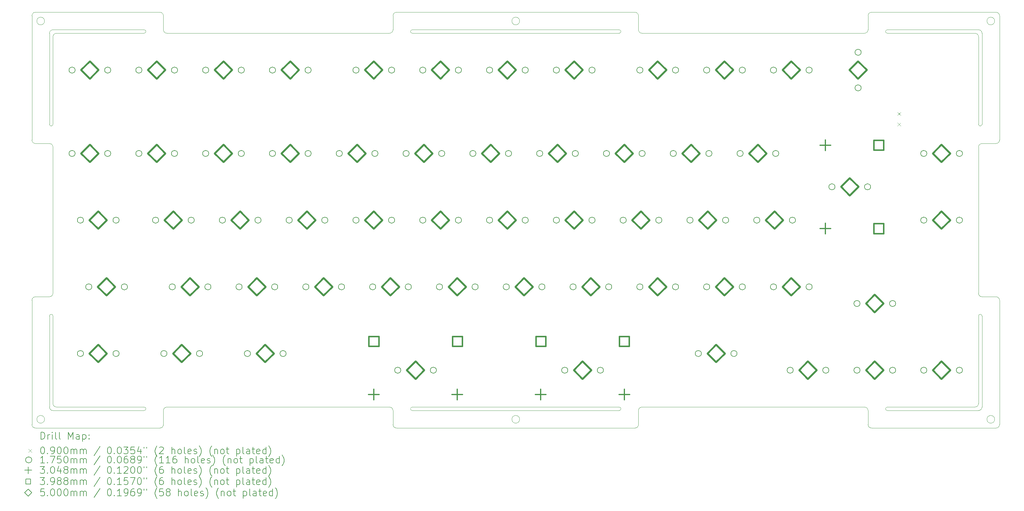
<source format=gbr>
%TF.GenerationSoftware,KiCad,Pcbnew,7.0.8-7.0.8~ubuntu22.04.1*%
%TF.CreationDate,2023-10-08T19:29:13+02:00*%
%TF.ProjectId,nrw65-pcb,6e727736-352d-4706-9362-2e6b69636164,rev?*%
%TF.SameCoordinates,Original*%
%TF.FileFunction,Drillmap*%
%TF.FilePolarity,Positive*%
%FSLAX45Y45*%
G04 Gerber Fmt 4.5, Leading zero omitted, Abs format (unit mm)*
G04 Created by KiCad (PCBNEW 7.0.8-7.0.8~ubuntu22.04.1) date 2023-10-08 19:29:13*
%MOMM*%
%LPD*%
G01*
G04 APERTURE LIST*
%ADD10C,0.100000*%
%ADD11C,0.200000*%
%ADD12C,0.090000*%
%ADD13C,0.175000*%
%ADD14C,0.304800*%
%ADD15C,0.398780*%
%ADD16C,0.500000*%
G04 APERTURE END LIST*
D10*
X25643750Y-1900000D02*
X25643750Y-2300000D01*
X12096875Y-1900000D02*
X12096875Y-2300000D01*
X2400000Y-10477500D02*
G75*
G03*
X2300000Y-10477500I-50000J0D01*
G01*
X29253750Y-13427500D02*
G75*
G03*
X29253750Y-13427500I-110000J0D01*
G01*
X5550000Y-2300000D02*
G75*
G03*
X5650000Y-2400000I100000J0D01*
G01*
X2400000Y-5650000D02*
G75*
G03*
X2300000Y-5550000I-100000J0D01*
G01*
X25543750Y-2400000D02*
X19196875Y-2400000D01*
X18546875Y-2400000D02*
G75*
G03*
X18546875Y-2300000I5J50000D01*
G01*
X12646875Y-13077500D02*
X18546875Y-13077500D01*
X2300000Y-5000000D02*
G75*
G03*
X2400000Y-5000000I50000J0D01*
G01*
X2400000Y-12977500D02*
G75*
G03*
X2500000Y-13077500I100000J0D01*
G01*
X25743750Y-13677500D02*
X29293750Y-13677500D01*
X28693750Y-2400000D02*
X26193750Y-2400000D01*
X15706875Y-13427500D02*
G75*
G03*
X15706875Y-13427500I-110000J0D01*
G01*
X28793750Y-9827500D02*
X28793750Y-5650000D01*
X1800000Y-10027500D02*
X1800000Y-13577500D01*
X19096880Y-1900000D02*
G75*
G03*
X18996875Y-1800000I-100000J0D01*
G01*
X2400000Y-2300000D02*
G75*
G03*
X2300000Y-2400000I0J-100000D01*
G01*
X5000000Y-2400000D02*
X2500000Y-2400000D01*
X28893750Y-5550000D02*
G75*
G03*
X28793750Y-5650000I0J-100000D01*
G01*
X18996875Y-13677495D02*
G75*
G03*
X19096875Y-13577500I5J99995D01*
G01*
X12096875Y-13177500D02*
X12096875Y-13577500D01*
X5000000Y-13177500D02*
X2400000Y-13177500D01*
X29293750Y-9927500D02*
X28893750Y-9927500D01*
X28793750Y-9827500D02*
G75*
G03*
X28893750Y-9927500I99990J-10D01*
G01*
X5450000Y-13677500D02*
G75*
G03*
X5550000Y-13577500I0J100000D01*
G01*
X18996875Y-1800000D02*
X12196875Y-1800000D01*
X2300000Y-9927500D02*
G75*
G03*
X2400000Y-9827500I0J100000D01*
G01*
X28893750Y-2400000D02*
X28893750Y-5000000D01*
X11996875Y-2400000D02*
X5650000Y-2400000D01*
X2400000Y-2300000D02*
X5000000Y-2300000D01*
X29393750Y-1900000D02*
G75*
G03*
X29293750Y-1800000I-100010J-10D01*
G01*
X28793750Y-2500000D02*
G75*
G03*
X28693750Y-2400000I-100010J-10D01*
G01*
X2500000Y-13077500D02*
X5000000Y-13077500D01*
X28793750Y-12977500D02*
X28793750Y-10477500D01*
X19196875Y-13077500D02*
X25543750Y-13077500D01*
X28793750Y-5000000D02*
X28793750Y-2500000D01*
X29293750Y-5550000D02*
G75*
G03*
X29393750Y-5450000I0J100000D01*
G01*
X1900000Y-1800000D02*
G75*
G03*
X1800000Y-1900000I0J-100000D01*
G01*
X1800000Y-1900000D02*
X1800000Y-5450000D01*
X1900000Y-13677500D02*
X5450000Y-13677500D01*
X18546875Y-13177500D02*
X12646875Y-13177500D01*
X1800000Y-5450000D02*
G75*
G03*
X1900000Y-5550000I100000J0D01*
G01*
X12196875Y-1799995D02*
G75*
G03*
X12096875Y-1900000I5J-100005D01*
G01*
X12646875Y-2300000D02*
G75*
G03*
X12646875Y-2400000I5J-50000D01*
G01*
X29393750Y-5450000D02*
X29393750Y-1900000D01*
X25643750Y-13577500D02*
G75*
G03*
X25743750Y-13677500I99990J-10D01*
G01*
X5550000Y-2300000D02*
X5550000Y-1900000D01*
X26193750Y-2300000D02*
X28793750Y-2300000D01*
X19096875Y-13577500D02*
X19096875Y-13177500D01*
X29293750Y-1800000D02*
X25743750Y-1800000D01*
X5650000Y-13077500D02*
G75*
G03*
X5550000Y-13177500I0J-100000D01*
G01*
X29253750Y-2050000D02*
G75*
G03*
X29253750Y-2050000I-110000J0D01*
G01*
X12646875Y-2400000D02*
X18546875Y-2400000D01*
X2300000Y-13077500D02*
G75*
G03*
X2400000Y-13177500I100000J0D01*
G01*
X2300000Y-13077500D02*
X2300000Y-10477500D01*
X1800000Y-13577500D02*
G75*
G03*
X1900000Y-13677500I100000J0D01*
G01*
X19096875Y-2300000D02*
X19096875Y-1900000D01*
X12096870Y-13177500D02*
G75*
G03*
X11996875Y-13077500I-100000J0D01*
G01*
X25543750Y-2400000D02*
G75*
G03*
X25643750Y-2300000I0J100000D01*
G01*
X28793750Y-13177500D02*
X26193750Y-13177500D01*
X2400000Y-2500000D02*
X2400000Y-5000000D01*
X2400000Y-10477500D02*
X2400000Y-12977500D01*
X5550000Y-1900000D02*
G75*
G03*
X5450000Y-1800000I-100000J0D01*
G01*
X19096880Y-2300000D02*
G75*
G03*
X19196875Y-2400000I100000J0D01*
G01*
X2160000Y-13427500D02*
G75*
G03*
X2160000Y-13427500I-110000J0D01*
G01*
X26193750Y-13077500D02*
X28693750Y-13077500D01*
X28793750Y-13177500D02*
G75*
G03*
X28893750Y-13077500I0J100000D01*
G01*
X28893750Y-10477500D02*
X28893750Y-13077500D01*
X1900000Y-9927500D02*
G75*
G03*
X1800000Y-10027500I0J-100000D01*
G01*
X11996875Y-2399995D02*
G75*
G03*
X12096875Y-2300000I5J99995D01*
G01*
X2160000Y-2050000D02*
G75*
G03*
X2160000Y-2050000I-110000J0D01*
G01*
X5650000Y-13077500D02*
X11996875Y-13077500D01*
X18546875Y-2300000D02*
X12646875Y-2300000D01*
X2400000Y-5650000D02*
X2400000Y-9827500D01*
X28893750Y-10477500D02*
G75*
G03*
X28793750Y-10477500I-50000J0D01*
G01*
X1900000Y-5550000D02*
X2300000Y-5550000D01*
X28893750Y-2400000D02*
G75*
G03*
X28793750Y-2300000I-100010J-10D01*
G01*
X2300000Y-9927500D02*
X1900000Y-9927500D01*
X25743750Y-1800000D02*
G75*
G03*
X25643750Y-1900000I0J-100000D01*
G01*
X12196875Y-13677500D02*
X18996875Y-13677500D01*
X18546875Y-13177500D02*
G75*
G03*
X18546875Y-13077500I5J50000D01*
G01*
X29393750Y-13577500D02*
X29393750Y-10027500D01*
X5450000Y-1800000D02*
X1900000Y-1800000D01*
X28893750Y-5550000D02*
X29293750Y-5550000D01*
X5550000Y-13577500D02*
X5550000Y-13177500D01*
X2500000Y-2400000D02*
G75*
G03*
X2400000Y-2500000I0J-100000D01*
G01*
X29393750Y-10027500D02*
G75*
G03*
X29293750Y-9927500I-100010J-10D01*
G01*
X5000000Y-2400000D02*
G75*
G03*
X5000000Y-2300000I0J50000D01*
G01*
X25643750Y-13177500D02*
G75*
G03*
X25543750Y-13077500I-100010J-10D01*
G01*
X28693750Y-13077500D02*
G75*
G03*
X28793750Y-12977500I0J100000D01*
G01*
X12096870Y-13577500D02*
G75*
G03*
X12196875Y-13677500I100000J0D01*
G01*
X2300000Y-5000000D02*
X2300000Y-2400000D01*
X26193750Y-13077500D02*
G75*
G03*
X26193750Y-13177500I10J-50000D01*
G01*
X26193750Y-2300000D02*
G75*
G03*
X26193750Y-2400000I10J-50000D01*
G01*
X12646875Y-13077500D02*
G75*
G03*
X12646875Y-13177500I5J-50000D01*
G01*
X19196875Y-13077495D02*
G75*
G03*
X19096875Y-13177500I5J-100005D01*
G01*
X28793750Y-5000000D02*
G75*
G03*
X28893750Y-5000000I50000J0D01*
G01*
X5000000Y-13177500D02*
G75*
G03*
X5000000Y-13077500I0J50000D01*
G01*
X25643750Y-13177500D02*
X25643750Y-13577500D01*
X29293750Y-13677500D02*
G75*
G03*
X29393750Y-13577500I0J100000D01*
G01*
X15706875Y-2050000D02*
G75*
G03*
X15706875Y-2050000I-110000J0D01*
G01*
D11*
D12*
X26487000Y-4655000D02*
X26577000Y-4745000D01*
X26577000Y-4655000D02*
X26487000Y-4745000D01*
X26487000Y-4955000D02*
X26577000Y-5045000D01*
X26577000Y-4955000D02*
X26487000Y-5045000D01*
D13*
X3032000Y-3452500D02*
G75*
G03*
X3032000Y-3452500I-87500J0D01*
G01*
X3032000Y-5833750D02*
G75*
G03*
X3032000Y-5833750I-87500J0D01*
G01*
X3270125Y-7738750D02*
G75*
G03*
X3270125Y-7738750I-87500J0D01*
G01*
X3270125Y-11548750D02*
G75*
G03*
X3270125Y-11548750I-87500J0D01*
G01*
X3508250Y-9643750D02*
G75*
G03*
X3508250Y-9643750I-87500J0D01*
G01*
X4048000Y-3452500D02*
G75*
G03*
X4048000Y-3452500I-87500J0D01*
G01*
X4048000Y-5833750D02*
G75*
G03*
X4048000Y-5833750I-87500J0D01*
G01*
X4286125Y-7738750D02*
G75*
G03*
X4286125Y-7738750I-87500J0D01*
G01*
X4286125Y-11548750D02*
G75*
G03*
X4286125Y-11548750I-87500J0D01*
G01*
X4524250Y-9643750D02*
G75*
G03*
X4524250Y-9643750I-87500J0D01*
G01*
X4937000Y-3452500D02*
G75*
G03*
X4937000Y-3452500I-87500J0D01*
G01*
X4937000Y-5833750D02*
G75*
G03*
X4937000Y-5833750I-87500J0D01*
G01*
X5413250Y-7738750D02*
G75*
G03*
X5413250Y-7738750I-87500J0D01*
G01*
X5651375Y-11548750D02*
G75*
G03*
X5651375Y-11548750I-87500J0D01*
G01*
X5889500Y-9643750D02*
G75*
G03*
X5889500Y-9643750I-87500J0D01*
G01*
X5953000Y-3452500D02*
G75*
G03*
X5953000Y-3452500I-87500J0D01*
G01*
X5953000Y-5833750D02*
G75*
G03*
X5953000Y-5833750I-87500J0D01*
G01*
X6429250Y-7738750D02*
G75*
G03*
X6429250Y-7738750I-87500J0D01*
G01*
X6667375Y-11548750D02*
G75*
G03*
X6667375Y-11548750I-87500J0D01*
G01*
X6842000Y-3452500D02*
G75*
G03*
X6842000Y-3452500I-87500J0D01*
G01*
X6842000Y-5833750D02*
G75*
G03*
X6842000Y-5833750I-87500J0D01*
G01*
X6905500Y-9643750D02*
G75*
G03*
X6905500Y-9643750I-87500J0D01*
G01*
X7318250Y-7738750D02*
G75*
G03*
X7318250Y-7738750I-87500J0D01*
G01*
X7794500Y-9643750D02*
G75*
G03*
X7794500Y-9643750I-87500J0D01*
G01*
X7858000Y-3452500D02*
G75*
G03*
X7858000Y-3452500I-87500J0D01*
G01*
X7858000Y-5833750D02*
G75*
G03*
X7858000Y-5833750I-87500J0D01*
G01*
X8032625Y-11548750D02*
G75*
G03*
X8032625Y-11548750I-87500J0D01*
G01*
X8334250Y-7738750D02*
G75*
G03*
X8334250Y-7738750I-87500J0D01*
G01*
X8747000Y-3452500D02*
G75*
G03*
X8747000Y-3452500I-87500J0D01*
G01*
X8747000Y-5833750D02*
G75*
G03*
X8747000Y-5833750I-87500J0D01*
G01*
X8810500Y-9643750D02*
G75*
G03*
X8810500Y-9643750I-87500J0D01*
G01*
X9048625Y-11548750D02*
G75*
G03*
X9048625Y-11548750I-87500J0D01*
G01*
X9223250Y-7738750D02*
G75*
G03*
X9223250Y-7738750I-87500J0D01*
G01*
X9699500Y-9643750D02*
G75*
G03*
X9699500Y-9643750I-87500J0D01*
G01*
X9763000Y-3452500D02*
G75*
G03*
X9763000Y-3452500I-87500J0D01*
G01*
X9763000Y-5833750D02*
G75*
G03*
X9763000Y-5833750I-87500J0D01*
G01*
X10239250Y-7738750D02*
G75*
G03*
X10239250Y-7738750I-87500J0D01*
G01*
X10652000Y-5833750D02*
G75*
G03*
X10652000Y-5833750I-87500J0D01*
G01*
X10715500Y-9643750D02*
G75*
G03*
X10715500Y-9643750I-87500J0D01*
G01*
X11128250Y-3452500D02*
G75*
G03*
X11128250Y-3452500I-87500J0D01*
G01*
X11128250Y-7738750D02*
G75*
G03*
X11128250Y-7738750I-87500J0D01*
G01*
X11604500Y-9643750D02*
G75*
G03*
X11604500Y-9643750I-87500J0D01*
G01*
X11668000Y-5833750D02*
G75*
G03*
X11668000Y-5833750I-87500J0D01*
G01*
X12144250Y-3452500D02*
G75*
G03*
X12144250Y-3452500I-87500J0D01*
G01*
X12144250Y-7738750D02*
G75*
G03*
X12144250Y-7738750I-87500J0D01*
G01*
X12318875Y-12025000D02*
G75*
G03*
X12318875Y-12025000I-87500J0D01*
G01*
X12557000Y-5833750D02*
G75*
G03*
X12557000Y-5833750I-87500J0D01*
G01*
X12620500Y-9643750D02*
G75*
G03*
X12620500Y-9643750I-87500J0D01*
G01*
X13033250Y-3452500D02*
G75*
G03*
X13033250Y-3452500I-87500J0D01*
G01*
X13033250Y-7738750D02*
G75*
G03*
X13033250Y-7738750I-87500J0D01*
G01*
X13334875Y-12025000D02*
G75*
G03*
X13334875Y-12025000I-87500J0D01*
G01*
X13509500Y-9643750D02*
G75*
G03*
X13509500Y-9643750I-87500J0D01*
G01*
X13573000Y-5833750D02*
G75*
G03*
X13573000Y-5833750I-87500J0D01*
G01*
X14049250Y-3452500D02*
G75*
G03*
X14049250Y-3452500I-87500J0D01*
G01*
X14049250Y-7738750D02*
G75*
G03*
X14049250Y-7738750I-87500J0D01*
G01*
X14462000Y-5833750D02*
G75*
G03*
X14462000Y-5833750I-87500J0D01*
G01*
X14525500Y-9643750D02*
G75*
G03*
X14525500Y-9643750I-87500J0D01*
G01*
X14938250Y-3452500D02*
G75*
G03*
X14938250Y-3452500I-87500J0D01*
G01*
X14938250Y-7738750D02*
G75*
G03*
X14938250Y-7738750I-87500J0D01*
G01*
X15414500Y-9643750D02*
G75*
G03*
X15414500Y-9643750I-87500J0D01*
G01*
X15478000Y-5833750D02*
G75*
G03*
X15478000Y-5833750I-87500J0D01*
G01*
X15954250Y-3452500D02*
G75*
G03*
X15954250Y-3452500I-87500J0D01*
G01*
X15954250Y-7738750D02*
G75*
G03*
X15954250Y-7738750I-87500J0D01*
G01*
X16367000Y-5833750D02*
G75*
G03*
X16367000Y-5833750I-87500J0D01*
G01*
X16430500Y-9643750D02*
G75*
G03*
X16430500Y-9643750I-87500J0D01*
G01*
X16843250Y-3452500D02*
G75*
G03*
X16843250Y-3452500I-87500J0D01*
G01*
X16843250Y-7738750D02*
G75*
G03*
X16843250Y-7738750I-87500J0D01*
G01*
X17081375Y-12025000D02*
G75*
G03*
X17081375Y-12025000I-87500J0D01*
G01*
X17319500Y-9643750D02*
G75*
G03*
X17319500Y-9643750I-87500J0D01*
G01*
X17383000Y-5833750D02*
G75*
G03*
X17383000Y-5833750I-87500J0D01*
G01*
X17859250Y-3452500D02*
G75*
G03*
X17859250Y-3452500I-87500J0D01*
G01*
X17859250Y-7738750D02*
G75*
G03*
X17859250Y-7738750I-87500J0D01*
G01*
X18097375Y-12025000D02*
G75*
G03*
X18097375Y-12025000I-87500J0D01*
G01*
X18272000Y-5833750D02*
G75*
G03*
X18272000Y-5833750I-87500J0D01*
G01*
X18335500Y-9643750D02*
G75*
G03*
X18335500Y-9643750I-87500J0D01*
G01*
X18748250Y-7738750D02*
G75*
G03*
X18748250Y-7738750I-87500J0D01*
G01*
X19224500Y-3452500D02*
G75*
G03*
X19224500Y-3452500I-87500J0D01*
G01*
X19224500Y-9643750D02*
G75*
G03*
X19224500Y-9643750I-87500J0D01*
G01*
X19288000Y-5833750D02*
G75*
G03*
X19288000Y-5833750I-87500J0D01*
G01*
X19764250Y-7738750D02*
G75*
G03*
X19764250Y-7738750I-87500J0D01*
G01*
X20177000Y-5833750D02*
G75*
G03*
X20177000Y-5833750I-87500J0D01*
G01*
X20240500Y-3452500D02*
G75*
G03*
X20240500Y-3452500I-87500J0D01*
G01*
X20240500Y-9643750D02*
G75*
G03*
X20240500Y-9643750I-87500J0D01*
G01*
X20653250Y-7738750D02*
G75*
G03*
X20653250Y-7738750I-87500J0D01*
G01*
X20891375Y-11548750D02*
G75*
G03*
X20891375Y-11548750I-87500J0D01*
G01*
X21129500Y-3452500D02*
G75*
G03*
X21129500Y-3452500I-87500J0D01*
G01*
X21129500Y-9643750D02*
G75*
G03*
X21129500Y-9643750I-87500J0D01*
G01*
X21193000Y-5833750D02*
G75*
G03*
X21193000Y-5833750I-87500J0D01*
G01*
X21669250Y-7738750D02*
G75*
G03*
X21669250Y-7738750I-87500J0D01*
G01*
X21907375Y-11548750D02*
G75*
G03*
X21907375Y-11548750I-87500J0D01*
G01*
X22082000Y-5833750D02*
G75*
G03*
X22082000Y-5833750I-87500J0D01*
G01*
X22145500Y-3452500D02*
G75*
G03*
X22145500Y-3452500I-87500J0D01*
G01*
X22145500Y-9643750D02*
G75*
G03*
X22145500Y-9643750I-87500J0D01*
G01*
X22558250Y-7738750D02*
G75*
G03*
X22558250Y-7738750I-87500J0D01*
G01*
X23034500Y-3452500D02*
G75*
G03*
X23034500Y-3452500I-87500J0D01*
G01*
X23034500Y-9643750D02*
G75*
G03*
X23034500Y-9643750I-87500J0D01*
G01*
X23098000Y-5833750D02*
G75*
G03*
X23098000Y-5833750I-87500J0D01*
G01*
X23510750Y-12025000D02*
G75*
G03*
X23510750Y-12025000I-87500J0D01*
G01*
X23574250Y-7738750D02*
G75*
G03*
X23574250Y-7738750I-87500J0D01*
G01*
X24050500Y-3452500D02*
G75*
G03*
X24050500Y-3452500I-87500J0D01*
G01*
X24050500Y-9643750D02*
G75*
G03*
X24050500Y-9643750I-87500J0D01*
G01*
X24526750Y-12025000D02*
G75*
G03*
X24526750Y-12025000I-87500J0D01*
G01*
X24701375Y-6786250D02*
G75*
G03*
X24701375Y-6786250I-87500J0D01*
G01*
X25415750Y-10120000D02*
G75*
G03*
X25415750Y-10120000I-87500J0D01*
G01*
X25415750Y-12025000D02*
G75*
G03*
X25415750Y-12025000I-87500J0D01*
G01*
X25447500Y-2944500D02*
G75*
G03*
X25447500Y-2944500I-87500J0D01*
G01*
X25447500Y-3960500D02*
G75*
G03*
X25447500Y-3960500I-87500J0D01*
G01*
X25717375Y-6786250D02*
G75*
G03*
X25717375Y-6786250I-87500J0D01*
G01*
X26431750Y-10120000D02*
G75*
G03*
X26431750Y-10120000I-87500J0D01*
G01*
X26431750Y-12025000D02*
G75*
G03*
X26431750Y-12025000I-87500J0D01*
G01*
X27320750Y-5833750D02*
G75*
G03*
X27320750Y-5833750I-87500J0D01*
G01*
X27320750Y-7738750D02*
G75*
G03*
X27320750Y-7738750I-87500J0D01*
G01*
X27320750Y-12025000D02*
G75*
G03*
X27320750Y-12025000I-87500J0D01*
G01*
X28336750Y-5833750D02*
G75*
G03*
X28336750Y-5833750I-87500J0D01*
G01*
X28336750Y-7738750D02*
G75*
G03*
X28336750Y-7738750I-87500J0D01*
G01*
X28336750Y-12025000D02*
G75*
G03*
X28336750Y-12025000I-87500J0D01*
G01*
D14*
X11548750Y-12571100D02*
X11548750Y-12875900D01*
X11396350Y-12723500D02*
X11701150Y-12723500D01*
X13930000Y-12571100D02*
X13930000Y-12875900D01*
X13777600Y-12723500D02*
X14082400Y-12723500D01*
X16311250Y-12571100D02*
X16311250Y-12875900D01*
X16158850Y-12723500D02*
X16463650Y-12723500D01*
X18692500Y-12571100D02*
X18692500Y-12875900D01*
X18540100Y-12723500D02*
X18844900Y-12723500D01*
X24423375Y-5443225D02*
X24423375Y-5748025D01*
X24270975Y-5595625D02*
X24575775Y-5595625D01*
X24423375Y-7824475D02*
X24423375Y-8129275D01*
X24270975Y-7976875D02*
X24575775Y-7976875D01*
D15*
X11689741Y-11340491D02*
X11689741Y-11058509D01*
X11407759Y-11058509D01*
X11407759Y-11340491D01*
X11689741Y-11340491D01*
X14070991Y-11340491D02*
X14070991Y-11058509D01*
X13789009Y-11058509D01*
X13789009Y-11340491D01*
X14070991Y-11340491D01*
X16452241Y-11340491D02*
X16452241Y-11058509D01*
X16170259Y-11058509D01*
X16170259Y-11340491D01*
X16452241Y-11340491D01*
X18833491Y-11340491D02*
X18833491Y-11058509D01*
X18551509Y-11058509D01*
X18551509Y-11340491D01*
X18833491Y-11340491D01*
X26088366Y-5736616D02*
X26088366Y-5454634D01*
X25806384Y-5454634D01*
X25806384Y-5736616D01*
X26088366Y-5736616D01*
X26088366Y-8117866D02*
X26088366Y-7835884D01*
X25806384Y-7835884D01*
X25806384Y-8117866D01*
X26088366Y-8117866D01*
D16*
X3452500Y-3702500D02*
X3702500Y-3452500D01*
X3452500Y-3202500D01*
X3202500Y-3452500D01*
X3452500Y-3702500D01*
X3452500Y-6083750D02*
X3702500Y-5833750D01*
X3452500Y-5583750D01*
X3202500Y-5833750D01*
X3452500Y-6083750D01*
X3690625Y-7988750D02*
X3940625Y-7738750D01*
X3690625Y-7488750D01*
X3440625Y-7738750D01*
X3690625Y-7988750D01*
X3690625Y-11798750D02*
X3940625Y-11548750D01*
X3690625Y-11298750D01*
X3440625Y-11548750D01*
X3690625Y-11798750D01*
X3928750Y-9893750D02*
X4178750Y-9643750D01*
X3928750Y-9393750D01*
X3678750Y-9643750D01*
X3928750Y-9893750D01*
X5357500Y-3702500D02*
X5607500Y-3452500D01*
X5357500Y-3202500D01*
X5107500Y-3452500D01*
X5357500Y-3702500D01*
X5357500Y-6083750D02*
X5607500Y-5833750D01*
X5357500Y-5583750D01*
X5107500Y-5833750D01*
X5357500Y-6083750D01*
X5833750Y-7988750D02*
X6083750Y-7738750D01*
X5833750Y-7488750D01*
X5583750Y-7738750D01*
X5833750Y-7988750D01*
X6071875Y-11798750D02*
X6321875Y-11548750D01*
X6071875Y-11298750D01*
X5821875Y-11548750D01*
X6071875Y-11798750D01*
X6310000Y-9893750D02*
X6560000Y-9643750D01*
X6310000Y-9393750D01*
X6060000Y-9643750D01*
X6310000Y-9893750D01*
X7262500Y-3702500D02*
X7512500Y-3452500D01*
X7262500Y-3202500D01*
X7012500Y-3452500D01*
X7262500Y-3702500D01*
X7262500Y-6083750D02*
X7512500Y-5833750D01*
X7262500Y-5583750D01*
X7012500Y-5833750D01*
X7262500Y-6083750D01*
X7738750Y-7988750D02*
X7988750Y-7738750D01*
X7738750Y-7488750D01*
X7488750Y-7738750D01*
X7738750Y-7988750D01*
X8215000Y-9893750D02*
X8465000Y-9643750D01*
X8215000Y-9393750D01*
X7965000Y-9643750D01*
X8215000Y-9893750D01*
X8453125Y-11798750D02*
X8703125Y-11548750D01*
X8453125Y-11298750D01*
X8203125Y-11548750D01*
X8453125Y-11798750D01*
X9167500Y-3702500D02*
X9417500Y-3452500D01*
X9167500Y-3202500D01*
X8917500Y-3452500D01*
X9167500Y-3702500D01*
X9167500Y-6083750D02*
X9417500Y-5833750D01*
X9167500Y-5583750D01*
X8917500Y-5833750D01*
X9167500Y-6083750D01*
X9643750Y-7988750D02*
X9893750Y-7738750D01*
X9643750Y-7488750D01*
X9393750Y-7738750D01*
X9643750Y-7988750D01*
X10120000Y-9893750D02*
X10370000Y-9643750D01*
X10120000Y-9393750D01*
X9870000Y-9643750D01*
X10120000Y-9893750D01*
X11072500Y-6083750D02*
X11322500Y-5833750D01*
X11072500Y-5583750D01*
X10822500Y-5833750D01*
X11072500Y-6083750D01*
X11548750Y-3702500D02*
X11798750Y-3452500D01*
X11548750Y-3202500D01*
X11298750Y-3452500D01*
X11548750Y-3702500D01*
X11548750Y-7988750D02*
X11798750Y-7738750D01*
X11548750Y-7488750D01*
X11298750Y-7738750D01*
X11548750Y-7988750D01*
X12025000Y-9893750D02*
X12275000Y-9643750D01*
X12025000Y-9393750D01*
X11775000Y-9643750D01*
X12025000Y-9893750D01*
X12739375Y-12275000D02*
X12989375Y-12025000D01*
X12739375Y-11775000D01*
X12489375Y-12025000D01*
X12739375Y-12275000D01*
X12977500Y-6083750D02*
X13227500Y-5833750D01*
X12977500Y-5583750D01*
X12727500Y-5833750D01*
X12977500Y-6083750D01*
X13453750Y-3702500D02*
X13703750Y-3452500D01*
X13453750Y-3202500D01*
X13203750Y-3452500D01*
X13453750Y-3702500D01*
X13453750Y-7988750D02*
X13703750Y-7738750D01*
X13453750Y-7488750D01*
X13203750Y-7738750D01*
X13453750Y-7988750D01*
X13930000Y-9893750D02*
X14180000Y-9643750D01*
X13930000Y-9393750D01*
X13680000Y-9643750D01*
X13930000Y-9893750D01*
X14882500Y-6083750D02*
X15132500Y-5833750D01*
X14882500Y-5583750D01*
X14632500Y-5833750D01*
X14882500Y-6083750D01*
X15358750Y-3702500D02*
X15608750Y-3452500D01*
X15358750Y-3202500D01*
X15108750Y-3452500D01*
X15358750Y-3702500D01*
X15358750Y-7988750D02*
X15608750Y-7738750D01*
X15358750Y-7488750D01*
X15108750Y-7738750D01*
X15358750Y-7988750D01*
X15835000Y-9893750D02*
X16085000Y-9643750D01*
X15835000Y-9393750D01*
X15585000Y-9643750D01*
X15835000Y-9893750D01*
X16787500Y-6083750D02*
X17037500Y-5833750D01*
X16787500Y-5583750D01*
X16537500Y-5833750D01*
X16787500Y-6083750D01*
X17263750Y-3702500D02*
X17513750Y-3452500D01*
X17263750Y-3202500D01*
X17013750Y-3452500D01*
X17263750Y-3702500D01*
X17263750Y-7988750D02*
X17513750Y-7738750D01*
X17263750Y-7488750D01*
X17013750Y-7738750D01*
X17263750Y-7988750D01*
X17501875Y-12275000D02*
X17751875Y-12025000D01*
X17501875Y-11775000D01*
X17251875Y-12025000D01*
X17501875Y-12275000D01*
X17740000Y-9893750D02*
X17990000Y-9643750D01*
X17740000Y-9393750D01*
X17490000Y-9643750D01*
X17740000Y-9893750D01*
X18692500Y-6083750D02*
X18942500Y-5833750D01*
X18692500Y-5583750D01*
X18442500Y-5833750D01*
X18692500Y-6083750D01*
X19168750Y-7988750D02*
X19418750Y-7738750D01*
X19168750Y-7488750D01*
X18918750Y-7738750D01*
X19168750Y-7988750D01*
X19645000Y-3702500D02*
X19895000Y-3452500D01*
X19645000Y-3202500D01*
X19395000Y-3452500D01*
X19645000Y-3702500D01*
X19645000Y-9893750D02*
X19895000Y-9643750D01*
X19645000Y-9393750D01*
X19395000Y-9643750D01*
X19645000Y-9893750D01*
X20597500Y-6083750D02*
X20847500Y-5833750D01*
X20597500Y-5583750D01*
X20347500Y-5833750D01*
X20597500Y-6083750D01*
X21073750Y-7988750D02*
X21323750Y-7738750D01*
X21073750Y-7488750D01*
X20823750Y-7738750D01*
X21073750Y-7988750D01*
X21311875Y-11798750D02*
X21561875Y-11548750D01*
X21311875Y-11298750D01*
X21061875Y-11548750D01*
X21311875Y-11798750D01*
X21550000Y-3702500D02*
X21800000Y-3452500D01*
X21550000Y-3202500D01*
X21300000Y-3452500D01*
X21550000Y-3702500D01*
X21550000Y-9893750D02*
X21800000Y-9643750D01*
X21550000Y-9393750D01*
X21300000Y-9643750D01*
X21550000Y-9893750D01*
X22502500Y-6083750D02*
X22752500Y-5833750D01*
X22502500Y-5583750D01*
X22252500Y-5833750D01*
X22502500Y-6083750D01*
X22978750Y-7988750D02*
X23228750Y-7738750D01*
X22978750Y-7488750D01*
X22728750Y-7738750D01*
X22978750Y-7988750D01*
X23455000Y-3702500D02*
X23705000Y-3452500D01*
X23455000Y-3202500D01*
X23205000Y-3452500D01*
X23455000Y-3702500D01*
X23455000Y-9893750D02*
X23705000Y-9643750D01*
X23455000Y-9393750D01*
X23205000Y-9643750D01*
X23455000Y-9893750D01*
X23931250Y-12275000D02*
X24181250Y-12025000D01*
X23931250Y-11775000D01*
X23681250Y-12025000D01*
X23931250Y-12275000D01*
X25121875Y-7036250D02*
X25371875Y-6786250D01*
X25121875Y-6536250D01*
X24871875Y-6786250D01*
X25121875Y-7036250D01*
X25360000Y-3702500D02*
X25610000Y-3452500D01*
X25360000Y-3202500D01*
X25110000Y-3452500D01*
X25360000Y-3702500D01*
X25836250Y-10370000D02*
X26086250Y-10120000D01*
X25836250Y-9870000D01*
X25586250Y-10120000D01*
X25836250Y-10370000D01*
X25836250Y-12275000D02*
X26086250Y-12025000D01*
X25836250Y-11775000D01*
X25586250Y-12025000D01*
X25836250Y-12275000D01*
X27741250Y-6083750D02*
X27991250Y-5833750D01*
X27741250Y-5583750D01*
X27491250Y-5833750D01*
X27741250Y-6083750D01*
X27741250Y-7988750D02*
X27991250Y-7738750D01*
X27741250Y-7488750D01*
X27491250Y-7738750D01*
X27741250Y-7988750D01*
X27741250Y-12275000D02*
X27991250Y-12025000D01*
X27741250Y-11775000D01*
X27491250Y-12025000D01*
X27741250Y-12275000D01*
D11*
X2055777Y-13993984D02*
X2055777Y-13793984D01*
X2055777Y-13793984D02*
X2103396Y-13793984D01*
X2103396Y-13793984D02*
X2131967Y-13803508D01*
X2131967Y-13803508D02*
X2151015Y-13822555D01*
X2151015Y-13822555D02*
X2160539Y-13841603D01*
X2160539Y-13841603D02*
X2170063Y-13879698D01*
X2170063Y-13879698D02*
X2170063Y-13908269D01*
X2170063Y-13908269D02*
X2160539Y-13946365D01*
X2160539Y-13946365D02*
X2151015Y-13965412D01*
X2151015Y-13965412D02*
X2131967Y-13984460D01*
X2131967Y-13984460D02*
X2103396Y-13993984D01*
X2103396Y-13993984D02*
X2055777Y-13993984D01*
X2255777Y-13993984D02*
X2255777Y-13860650D01*
X2255777Y-13898746D02*
X2265301Y-13879698D01*
X2265301Y-13879698D02*
X2274824Y-13870174D01*
X2274824Y-13870174D02*
X2293872Y-13860650D01*
X2293872Y-13860650D02*
X2312920Y-13860650D01*
X2379586Y-13993984D02*
X2379586Y-13860650D01*
X2379586Y-13793984D02*
X2370063Y-13803508D01*
X2370063Y-13803508D02*
X2379586Y-13813031D01*
X2379586Y-13813031D02*
X2389110Y-13803508D01*
X2389110Y-13803508D02*
X2379586Y-13793984D01*
X2379586Y-13793984D02*
X2379586Y-13813031D01*
X2503396Y-13993984D02*
X2484348Y-13984460D01*
X2484348Y-13984460D02*
X2474824Y-13965412D01*
X2474824Y-13965412D02*
X2474824Y-13793984D01*
X2608158Y-13993984D02*
X2589110Y-13984460D01*
X2589110Y-13984460D02*
X2579586Y-13965412D01*
X2579586Y-13965412D02*
X2579586Y-13793984D01*
X2836729Y-13993984D02*
X2836729Y-13793984D01*
X2836729Y-13793984D02*
X2903396Y-13936841D01*
X2903396Y-13936841D02*
X2970062Y-13793984D01*
X2970062Y-13793984D02*
X2970062Y-13993984D01*
X3151015Y-13993984D02*
X3151015Y-13889222D01*
X3151015Y-13889222D02*
X3141491Y-13870174D01*
X3141491Y-13870174D02*
X3122443Y-13860650D01*
X3122443Y-13860650D02*
X3084348Y-13860650D01*
X3084348Y-13860650D02*
X3065301Y-13870174D01*
X3151015Y-13984460D02*
X3131967Y-13993984D01*
X3131967Y-13993984D02*
X3084348Y-13993984D01*
X3084348Y-13993984D02*
X3065301Y-13984460D01*
X3065301Y-13984460D02*
X3055777Y-13965412D01*
X3055777Y-13965412D02*
X3055777Y-13946365D01*
X3055777Y-13946365D02*
X3065301Y-13927317D01*
X3065301Y-13927317D02*
X3084348Y-13917793D01*
X3084348Y-13917793D02*
X3131967Y-13917793D01*
X3131967Y-13917793D02*
X3151015Y-13908269D01*
X3246253Y-13860650D02*
X3246253Y-14060650D01*
X3246253Y-13870174D02*
X3265301Y-13860650D01*
X3265301Y-13860650D02*
X3303396Y-13860650D01*
X3303396Y-13860650D02*
X3322443Y-13870174D01*
X3322443Y-13870174D02*
X3331967Y-13879698D01*
X3331967Y-13879698D02*
X3341491Y-13898746D01*
X3341491Y-13898746D02*
X3341491Y-13955888D01*
X3341491Y-13955888D02*
X3331967Y-13974936D01*
X3331967Y-13974936D02*
X3322443Y-13984460D01*
X3322443Y-13984460D02*
X3303396Y-13993984D01*
X3303396Y-13993984D02*
X3265301Y-13993984D01*
X3265301Y-13993984D02*
X3246253Y-13984460D01*
X3427205Y-13974936D02*
X3436729Y-13984460D01*
X3436729Y-13984460D02*
X3427205Y-13993984D01*
X3427205Y-13993984D02*
X3417682Y-13984460D01*
X3417682Y-13984460D02*
X3427205Y-13974936D01*
X3427205Y-13974936D02*
X3427205Y-13993984D01*
X3427205Y-13870174D02*
X3436729Y-13879698D01*
X3436729Y-13879698D02*
X3427205Y-13889222D01*
X3427205Y-13889222D02*
X3417682Y-13879698D01*
X3417682Y-13879698D02*
X3427205Y-13870174D01*
X3427205Y-13870174D02*
X3427205Y-13889222D01*
D12*
X1705000Y-14277500D02*
X1795000Y-14367500D01*
X1795000Y-14277500D02*
X1705000Y-14367500D01*
D11*
X2093872Y-14213984D02*
X2112920Y-14213984D01*
X2112920Y-14213984D02*
X2131967Y-14223508D01*
X2131967Y-14223508D02*
X2141491Y-14233031D01*
X2141491Y-14233031D02*
X2151015Y-14252079D01*
X2151015Y-14252079D02*
X2160539Y-14290174D01*
X2160539Y-14290174D02*
X2160539Y-14337793D01*
X2160539Y-14337793D02*
X2151015Y-14375888D01*
X2151015Y-14375888D02*
X2141491Y-14394936D01*
X2141491Y-14394936D02*
X2131967Y-14404460D01*
X2131967Y-14404460D02*
X2112920Y-14413984D01*
X2112920Y-14413984D02*
X2093872Y-14413984D01*
X2093872Y-14413984D02*
X2074824Y-14404460D01*
X2074824Y-14404460D02*
X2065301Y-14394936D01*
X2065301Y-14394936D02*
X2055777Y-14375888D01*
X2055777Y-14375888D02*
X2046253Y-14337793D01*
X2046253Y-14337793D02*
X2046253Y-14290174D01*
X2046253Y-14290174D02*
X2055777Y-14252079D01*
X2055777Y-14252079D02*
X2065301Y-14233031D01*
X2065301Y-14233031D02*
X2074824Y-14223508D01*
X2074824Y-14223508D02*
X2093872Y-14213984D01*
X2246253Y-14394936D02*
X2255777Y-14404460D01*
X2255777Y-14404460D02*
X2246253Y-14413984D01*
X2246253Y-14413984D02*
X2236729Y-14404460D01*
X2236729Y-14404460D02*
X2246253Y-14394936D01*
X2246253Y-14394936D02*
X2246253Y-14413984D01*
X2351015Y-14413984D02*
X2389110Y-14413984D01*
X2389110Y-14413984D02*
X2408158Y-14404460D01*
X2408158Y-14404460D02*
X2417682Y-14394936D01*
X2417682Y-14394936D02*
X2436729Y-14366365D01*
X2436729Y-14366365D02*
X2446253Y-14328269D01*
X2446253Y-14328269D02*
X2446253Y-14252079D01*
X2446253Y-14252079D02*
X2436729Y-14233031D01*
X2436729Y-14233031D02*
X2427205Y-14223508D01*
X2427205Y-14223508D02*
X2408158Y-14213984D01*
X2408158Y-14213984D02*
X2370063Y-14213984D01*
X2370063Y-14213984D02*
X2351015Y-14223508D01*
X2351015Y-14223508D02*
X2341491Y-14233031D01*
X2341491Y-14233031D02*
X2331967Y-14252079D01*
X2331967Y-14252079D02*
X2331967Y-14299698D01*
X2331967Y-14299698D02*
X2341491Y-14318746D01*
X2341491Y-14318746D02*
X2351015Y-14328269D01*
X2351015Y-14328269D02*
X2370063Y-14337793D01*
X2370063Y-14337793D02*
X2408158Y-14337793D01*
X2408158Y-14337793D02*
X2427205Y-14328269D01*
X2427205Y-14328269D02*
X2436729Y-14318746D01*
X2436729Y-14318746D02*
X2446253Y-14299698D01*
X2570063Y-14213984D02*
X2589110Y-14213984D01*
X2589110Y-14213984D02*
X2608158Y-14223508D01*
X2608158Y-14223508D02*
X2617682Y-14233031D01*
X2617682Y-14233031D02*
X2627205Y-14252079D01*
X2627205Y-14252079D02*
X2636729Y-14290174D01*
X2636729Y-14290174D02*
X2636729Y-14337793D01*
X2636729Y-14337793D02*
X2627205Y-14375888D01*
X2627205Y-14375888D02*
X2617682Y-14394936D01*
X2617682Y-14394936D02*
X2608158Y-14404460D01*
X2608158Y-14404460D02*
X2589110Y-14413984D01*
X2589110Y-14413984D02*
X2570063Y-14413984D01*
X2570063Y-14413984D02*
X2551015Y-14404460D01*
X2551015Y-14404460D02*
X2541491Y-14394936D01*
X2541491Y-14394936D02*
X2531967Y-14375888D01*
X2531967Y-14375888D02*
X2522444Y-14337793D01*
X2522444Y-14337793D02*
X2522444Y-14290174D01*
X2522444Y-14290174D02*
X2531967Y-14252079D01*
X2531967Y-14252079D02*
X2541491Y-14233031D01*
X2541491Y-14233031D02*
X2551015Y-14223508D01*
X2551015Y-14223508D02*
X2570063Y-14213984D01*
X2760539Y-14213984D02*
X2779586Y-14213984D01*
X2779586Y-14213984D02*
X2798634Y-14223508D01*
X2798634Y-14223508D02*
X2808158Y-14233031D01*
X2808158Y-14233031D02*
X2817682Y-14252079D01*
X2817682Y-14252079D02*
X2827205Y-14290174D01*
X2827205Y-14290174D02*
X2827205Y-14337793D01*
X2827205Y-14337793D02*
X2817682Y-14375888D01*
X2817682Y-14375888D02*
X2808158Y-14394936D01*
X2808158Y-14394936D02*
X2798634Y-14404460D01*
X2798634Y-14404460D02*
X2779586Y-14413984D01*
X2779586Y-14413984D02*
X2760539Y-14413984D01*
X2760539Y-14413984D02*
X2741491Y-14404460D01*
X2741491Y-14404460D02*
X2731967Y-14394936D01*
X2731967Y-14394936D02*
X2722444Y-14375888D01*
X2722444Y-14375888D02*
X2712920Y-14337793D01*
X2712920Y-14337793D02*
X2712920Y-14290174D01*
X2712920Y-14290174D02*
X2722444Y-14252079D01*
X2722444Y-14252079D02*
X2731967Y-14233031D01*
X2731967Y-14233031D02*
X2741491Y-14223508D01*
X2741491Y-14223508D02*
X2760539Y-14213984D01*
X2912920Y-14413984D02*
X2912920Y-14280650D01*
X2912920Y-14299698D02*
X2922443Y-14290174D01*
X2922443Y-14290174D02*
X2941491Y-14280650D01*
X2941491Y-14280650D02*
X2970063Y-14280650D01*
X2970063Y-14280650D02*
X2989110Y-14290174D01*
X2989110Y-14290174D02*
X2998634Y-14309222D01*
X2998634Y-14309222D02*
X2998634Y-14413984D01*
X2998634Y-14309222D02*
X3008158Y-14290174D01*
X3008158Y-14290174D02*
X3027205Y-14280650D01*
X3027205Y-14280650D02*
X3055777Y-14280650D01*
X3055777Y-14280650D02*
X3074824Y-14290174D01*
X3074824Y-14290174D02*
X3084348Y-14309222D01*
X3084348Y-14309222D02*
X3084348Y-14413984D01*
X3179586Y-14413984D02*
X3179586Y-14280650D01*
X3179586Y-14299698D02*
X3189110Y-14290174D01*
X3189110Y-14290174D02*
X3208158Y-14280650D01*
X3208158Y-14280650D02*
X3236729Y-14280650D01*
X3236729Y-14280650D02*
X3255777Y-14290174D01*
X3255777Y-14290174D02*
X3265301Y-14309222D01*
X3265301Y-14309222D02*
X3265301Y-14413984D01*
X3265301Y-14309222D02*
X3274824Y-14290174D01*
X3274824Y-14290174D02*
X3293872Y-14280650D01*
X3293872Y-14280650D02*
X3322443Y-14280650D01*
X3322443Y-14280650D02*
X3341491Y-14290174D01*
X3341491Y-14290174D02*
X3351015Y-14309222D01*
X3351015Y-14309222D02*
X3351015Y-14413984D01*
X3741491Y-14204460D02*
X3570063Y-14461603D01*
X3998634Y-14213984D02*
X4017682Y-14213984D01*
X4017682Y-14213984D02*
X4036729Y-14223508D01*
X4036729Y-14223508D02*
X4046253Y-14233031D01*
X4046253Y-14233031D02*
X4055777Y-14252079D01*
X4055777Y-14252079D02*
X4065301Y-14290174D01*
X4065301Y-14290174D02*
X4065301Y-14337793D01*
X4065301Y-14337793D02*
X4055777Y-14375888D01*
X4055777Y-14375888D02*
X4046253Y-14394936D01*
X4046253Y-14394936D02*
X4036729Y-14404460D01*
X4036729Y-14404460D02*
X4017682Y-14413984D01*
X4017682Y-14413984D02*
X3998634Y-14413984D01*
X3998634Y-14413984D02*
X3979586Y-14404460D01*
X3979586Y-14404460D02*
X3970063Y-14394936D01*
X3970063Y-14394936D02*
X3960539Y-14375888D01*
X3960539Y-14375888D02*
X3951015Y-14337793D01*
X3951015Y-14337793D02*
X3951015Y-14290174D01*
X3951015Y-14290174D02*
X3960539Y-14252079D01*
X3960539Y-14252079D02*
X3970063Y-14233031D01*
X3970063Y-14233031D02*
X3979586Y-14223508D01*
X3979586Y-14223508D02*
X3998634Y-14213984D01*
X4151015Y-14394936D02*
X4160539Y-14404460D01*
X4160539Y-14404460D02*
X4151015Y-14413984D01*
X4151015Y-14413984D02*
X4141491Y-14404460D01*
X4141491Y-14404460D02*
X4151015Y-14394936D01*
X4151015Y-14394936D02*
X4151015Y-14413984D01*
X4284348Y-14213984D02*
X4303396Y-14213984D01*
X4303396Y-14213984D02*
X4322444Y-14223508D01*
X4322444Y-14223508D02*
X4331968Y-14233031D01*
X4331968Y-14233031D02*
X4341491Y-14252079D01*
X4341491Y-14252079D02*
X4351015Y-14290174D01*
X4351015Y-14290174D02*
X4351015Y-14337793D01*
X4351015Y-14337793D02*
X4341491Y-14375888D01*
X4341491Y-14375888D02*
X4331968Y-14394936D01*
X4331968Y-14394936D02*
X4322444Y-14404460D01*
X4322444Y-14404460D02*
X4303396Y-14413984D01*
X4303396Y-14413984D02*
X4284348Y-14413984D01*
X4284348Y-14413984D02*
X4265301Y-14404460D01*
X4265301Y-14404460D02*
X4255777Y-14394936D01*
X4255777Y-14394936D02*
X4246253Y-14375888D01*
X4246253Y-14375888D02*
X4236729Y-14337793D01*
X4236729Y-14337793D02*
X4236729Y-14290174D01*
X4236729Y-14290174D02*
X4246253Y-14252079D01*
X4246253Y-14252079D02*
X4255777Y-14233031D01*
X4255777Y-14233031D02*
X4265301Y-14223508D01*
X4265301Y-14223508D02*
X4284348Y-14213984D01*
X4417682Y-14213984D02*
X4541491Y-14213984D01*
X4541491Y-14213984D02*
X4474825Y-14290174D01*
X4474825Y-14290174D02*
X4503396Y-14290174D01*
X4503396Y-14290174D02*
X4522444Y-14299698D01*
X4522444Y-14299698D02*
X4531968Y-14309222D01*
X4531968Y-14309222D02*
X4541491Y-14328269D01*
X4541491Y-14328269D02*
X4541491Y-14375888D01*
X4541491Y-14375888D02*
X4531968Y-14394936D01*
X4531968Y-14394936D02*
X4522444Y-14404460D01*
X4522444Y-14404460D02*
X4503396Y-14413984D01*
X4503396Y-14413984D02*
X4446253Y-14413984D01*
X4446253Y-14413984D02*
X4427206Y-14404460D01*
X4427206Y-14404460D02*
X4417682Y-14394936D01*
X4722444Y-14213984D02*
X4627206Y-14213984D01*
X4627206Y-14213984D02*
X4617682Y-14309222D01*
X4617682Y-14309222D02*
X4627206Y-14299698D01*
X4627206Y-14299698D02*
X4646253Y-14290174D01*
X4646253Y-14290174D02*
X4693872Y-14290174D01*
X4693872Y-14290174D02*
X4712920Y-14299698D01*
X4712920Y-14299698D02*
X4722444Y-14309222D01*
X4722444Y-14309222D02*
X4731968Y-14328269D01*
X4731968Y-14328269D02*
X4731968Y-14375888D01*
X4731968Y-14375888D02*
X4722444Y-14394936D01*
X4722444Y-14394936D02*
X4712920Y-14404460D01*
X4712920Y-14404460D02*
X4693872Y-14413984D01*
X4693872Y-14413984D02*
X4646253Y-14413984D01*
X4646253Y-14413984D02*
X4627206Y-14404460D01*
X4627206Y-14404460D02*
X4617682Y-14394936D01*
X4903396Y-14280650D02*
X4903396Y-14413984D01*
X4855777Y-14204460D02*
X4808158Y-14347317D01*
X4808158Y-14347317D02*
X4931968Y-14347317D01*
X4998634Y-14213984D02*
X4998634Y-14252079D01*
X5074825Y-14213984D02*
X5074825Y-14252079D01*
X5370063Y-14490174D02*
X5360539Y-14480650D01*
X5360539Y-14480650D02*
X5341491Y-14452079D01*
X5341491Y-14452079D02*
X5331968Y-14433031D01*
X5331968Y-14433031D02*
X5322444Y-14404460D01*
X5322444Y-14404460D02*
X5312920Y-14356841D01*
X5312920Y-14356841D02*
X5312920Y-14318746D01*
X5312920Y-14318746D02*
X5322444Y-14271127D01*
X5322444Y-14271127D02*
X5331968Y-14242555D01*
X5331968Y-14242555D02*
X5341491Y-14223508D01*
X5341491Y-14223508D02*
X5360539Y-14194936D01*
X5360539Y-14194936D02*
X5370063Y-14185412D01*
X5436730Y-14233031D02*
X5446253Y-14223508D01*
X5446253Y-14223508D02*
X5465301Y-14213984D01*
X5465301Y-14213984D02*
X5512920Y-14213984D01*
X5512920Y-14213984D02*
X5531968Y-14223508D01*
X5531968Y-14223508D02*
X5541491Y-14233031D01*
X5541491Y-14233031D02*
X5551015Y-14252079D01*
X5551015Y-14252079D02*
X5551015Y-14271127D01*
X5551015Y-14271127D02*
X5541491Y-14299698D01*
X5541491Y-14299698D02*
X5427206Y-14413984D01*
X5427206Y-14413984D02*
X5551015Y-14413984D01*
X5789110Y-14413984D02*
X5789110Y-14213984D01*
X5874825Y-14413984D02*
X5874825Y-14309222D01*
X5874825Y-14309222D02*
X5865301Y-14290174D01*
X5865301Y-14290174D02*
X5846253Y-14280650D01*
X5846253Y-14280650D02*
X5817682Y-14280650D01*
X5817682Y-14280650D02*
X5798634Y-14290174D01*
X5798634Y-14290174D02*
X5789110Y-14299698D01*
X5998634Y-14413984D02*
X5979587Y-14404460D01*
X5979587Y-14404460D02*
X5970063Y-14394936D01*
X5970063Y-14394936D02*
X5960539Y-14375888D01*
X5960539Y-14375888D02*
X5960539Y-14318746D01*
X5960539Y-14318746D02*
X5970063Y-14299698D01*
X5970063Y-14299698D02*
X5979587Y-14290174D01*
X5979587Y-14290174D02*
X5998634Y-14280650D01*
X5998634Y-14280650D02*
X6027206Y-14280650D01*
X6027206Y-14280650D02*
X6046253Y-14290174D01*
X6046253Y-14290174D02*
X6055777Y-14299698D01*
X6055777Y-14299698D02*
X6065301Y-14318746D01*
X6065301Y-14318746D02*
X6065301Y-14375888D01*
X6065301Y-14375888D02*
X6055777Y-14394936D01*
X6055777Y-14394936D02*
X6046253Y-14404460D01*
X6046253Y-14404460D02*
X6027206Y-14413984D01*
X6027206Y-14413984D02*
X5998634Y-14413984D01*
X6179587Y-14413984D02*
X6160539Y-14404460D01*
X6160539Y-14404460D02*
X6151015Y-14385412D01*
X6151015Y-14385412D02*
X6151015Y-14213984D01*
X6331968Y-14404460D02*
X6312920Y-14413984D01*
X6312920Y-14413984D02*
X6274825Y-14413984D01*
X6274825Y-14413984D02*
X6255777Y-14404460D01*
X6255777Y-14404460D02*
X6246253Y-14385412D01*
X6246253Y-14385412D02*
X6246253Y-14309222D01*
X6246253Y-14309222D02*
X6255777Y-14290174D01*
X6255777Y-14290174D02*
X6274825Y-14280650D01*
X6274825Y-14280650D02*
X6312920Y-14280650D01*
X6312920Y-14280650D02*
X6331968Y-14290174D01*
X6331968Y-14290174D02*
X6341491Y-14309222D01*
X6341491Y-14309222D02*
X6341491Y-14328269D01*
X6341491Y-14328269D02*
X6246253Y-14347317D01*
X6417682Y-14404460D02*
X6436730Y-14413984D01*
X6436730Y-14413984D02*
X6474825Y-14413984D01*
X6474825Y-14413984D02*
X6493872Y-14404460D01*
X6493872Y-14404460D02*
X6503396Y-14385412D01*
X6503396Y-14385412D02*
X6503396Y-14375888D01*
X6503396Y-14375888D02*
X6493872Y-14356841D01*
X6493872Y-14356841D02*
X6474825Y-14347317D01*
X6474825Y-14347317D02*
X6446253Y-14347317D01*
X6446253Y-14347317D02*
X6427206Y-14337793D01*
X6427206Y-14337793D02*
X6417682Y-14318746D01*
X6417682Y-14318746D02*
X6417682Y-14309222D01*
X6417682Y-14309222D02*
X6427206Y-14290174D01*
X6427206Y-14290174D02*
X6446253Y-14280650D01*
X6446253Y-14280650D02*
X6474825Y-14280650D01*
X6474825Y-14280650D02*
X6493872Y-14290174D01*
X6570063Y-14490174D02*
X6579587Y-14480650D01*
X6579587Y-14480650D02*
X6598634Y-14452079D01*
X6598634Y-14452079D02*
X6608158Y-14433031D01*
X6608158Y-14433031D02*
X6617682Y-14404460D01*
X6617682Y-14404460D02*
X6627206Y-14356841D01*
X6627206Y-14356841D02*
X6627206Y-14318746D01*
X6627206Y-14318746D02*
X6617682Y-14271127D01*
X6617682Y-14271127D02*
X6608158Y-14242555D01*
X6608158Y-14242555D02*
X6598634Y-14223508D01*
X6598634Y-14223508D02*
X6579587Y-14194936D01*
X6579587Y-14194936D02*
X6570063Y-14185412D01*
X6931968Y-14490174D02*
X6922444Y-14480650D01*
X6922444Y-14480650D02*
X6903396Y-14452079D01*
X6903396Y-14452079D02*
X6893872Y-14433031D01*
X6893872Y-14433031D02*
X6884349Y-14404460D01*
X6884349Y-14404460D02*
X6874825Y-14356841D01*
X6874825Y-14356841D02*
X6874825Y-14318746D01*
X6874825Y-14318746D02*
X6884349Y-14271127D01*
X6884349Y-14271127D02*
X6893872Y-14242555D01*
X6893872Y-14242555D02*
X6903396Y-14223508D01*
X6903396Y-14223508D02*
X6922444Y-14194936D01*
X6922444Y-14194936D02*
X6931968Y-14185412D01*
X7008158Y-14280650D02*
X7008158Y-14413984D01*
X7008158Y-14299698D02*
X7017682Y-14290174D01*
X7017682Y-14290174D02*
X7036730Y-14280650D01*
X7036730Y-14280650D02*
X7065301Y-14280650D01*
X7065301Y-14280650D02*
X7084349Y-14290174D01*
X7084349Y-14290174D02*
X7093872Y-14309222D01*
X7093872Y-14309222D02*
X7093872Y-14413984D01*
X7217682Y-14413984D02*
X7198634Y-14404460D01*
X7198634Y-14404460D02*
X7189111Y-14394936D01*
X7189111Y-14394936D02*
X7179587Y-14375888D01*
X7179587Y-14375888D02*
X7179587Y-14318746D01*
X7179587Y-14318746D02*
X7189111Y-14299698D01*
X7189111Y-14299698D02*
X7198634Y-14290174D01*
X7198634Y-14290174D02*
X7217682Y-14280650D01*
X7217682Y-14280650D02*
X7246253Y-14280650D01*
X7246253Y-14280650D02*
X7265301Y-14290174D01*
X7265301Y-14290174D02*
X7274825Y-14299698D01*
X7274825Y-14299698D02*
X7284349Y-14318746D01*
X7284349Y-14318746D02*
X7284349Y-14375888D01*
X7284349Y-14375888D02*
X7274825Y-14394936D01*
X7274825Y-14394936D02*
X7265301Y-14404460D01*
X7265301Y-14404460D02*
X7246253Y-14413984D01*
X7246253Y-14413984D02*
X7217682Y-14413984D01*
X7341492Y-14280650D02*
X7417682Y-14280650D01*
X7370063Y-14213984D02*
X7370063Y-14385412D01*
X7370063Y-14385412D02*
X7379587Y-14404460D01*
X7379587Y-14404460D02*
X7398634Y-14413984D01*
X7398634Y-14413984D02*
X7417682Y-14413984D01*
X7636730Y-14280650D02*
X7636730Y-14480650D01*
X7636730Y-14290174D02*
X7655777Y-14280650D01*
X7655777Y-14280650D02*
X7693873Y-14280650D01*
X7693873Y-14280650D02*
X7712920Y-14290174D01*
X7712920Y-14290174D02*
X7722444Y-14299698D01*
X7722444Y-14299698D02*
X7731968Y-14318746D01*
X7731968Y-14318746D02*
X7731968Y-14375888D01*
X7731968Y-14375888D02*
X7722444Y-14394936D01*
X7722444Y-14394936D02*
X7712920Y-14404460D01*
X7712920Y-14404460D02*
X7693873Y-14413984D01*
X7693873Y-14413984D02*
X7655777Y-14413984D01*
X7655777Y-14413984D02*
X7636730Y-14404460D01*
X7846253Y-14413984D02*
X7827206Y-14404460D01*
X7827206Y-14404460D02*
X7817682Y-14385412D01*
X7817682Y-14385412D02*
X7817682Y-14213984D01*
X8008158Y-14413984D02*
X8008158Y-14309222D01*
X8008158Y-14309222D02*
X7998634Y-14290174D01*
X7998634Y-14290174D02*
X7979587Y-14280650D01*
X7979587Y-14280650D02*
X7941492Y-14280650D01*
X7941492Y-14280650D02*
X7922444Y-14290174D01*
X8008158Y-14404460D02*
X7989111Y-14413984D01*
X7989111Y-14413984D02*
X7941492Y-14413984D01*
X7941492Y-14413984D02*
X7922444Y-14404460D01*
X7922444Y-14404460D02*
X7912920Y-14385412D01*
X7912920Y-14385412D02*
X7912920Y-14366365D01*
X7912920Y-14366365D02*
X7922444Y-14347317D01*
X7922444Y-14347317D02*
X7941492Y-14337793D01*
X7941492Y-14337793D02*
X7989111Y-14337793D01*
X7989111Y-14337793D02*
X8008158Y-14328269D01*
X8074825Y-14280650D02*
X8151015Y-14280650D01*
X8103396Y-14213984D02*
X8103396Y-14385412D01*
X8103396Y-14385412D02*
X8112920Y-14404460D01*
X8112920Y-14404460D02*
X8131968Y-14413984D01*
X8131968Y-14413984D02*
X8151015Y-14413984D01*
X8293873Y-14404460D02*
X8274825Y-14413984D01*
X8274825Y-14413984D02*
X8236730Y-14413984D01*
X8236730Y-14413984D02*
X8217682Y-14404460D01*
X8217682Y-14404460D02*
X8208158Y-14385412D01*
X8208158Y-14385412D02*
X8208158Y-14309222D01*
X8208158Y-14309222D02*
X8217682Y-14290174D01*
X8217682Y-14290174D02*
X8236730Y-14280650D01*
X8236730Y-14280650D02*
X8274825Y-14280650D01*
X8274825Y-14280650D02*
X8293873Y-14290174D01*
X8293873Y-14290174D02*
X8303396Y-14309222D01*
X8303396Y-14309222D02*
X8303396Y-14328269D01*
X8303396Y-14328269D02*
X8208158Y-14347317D01*
X8474825Y-14413984D02*
X8474825Y-14213984D01*
X8474825Y-14404460D02*
X8455777Y-14413984D01*
X8455777Y-14413984D02*
X8417682Y-14413984D01*
X8417682Y-14413984D02*
X8398635Y-14404460D01*
X8398635Y-14404460D02*
X8389111Y-14394936D01*
X8389111Y-14394936D02*
X8379587Y-14375888D01*
X8379587Y-14375888D02*
X8379587Y-14318746D01*
X8379587Y-14318746D02*
X8389111Y-14299698D01*
X8389111Y-14299698D02*
X8398635Y-14290174D01*
X8398635Y-14290174D02*
X8417682Y-14280650D01*
X8417682Y-14280650D02*
X8455777Y-14280650D01*
X8455777Y-14280650D02*
X8474825Y-14290174D01*
X8551016Y-14490174D02*
X8560539Y-14480650D01*
X8560539Y-14480650D02*
X8579587Y-14452079D01*
X8579587Y-14452079D02*
X8589111Y-14433031D01*
X8589111Y-14433031D02*
X8598635Y-14404460D01*
X8598635Y-14404460D02*
X8608158Y-14356841D01*
X8608158Y-14356841D02*
X8608158Y-14318746D01*
X8608158Y-14318746D02*
X8598635Y-14271127D01*
X8598635Y-14271127D02*
X8589111Y-14242555D01*
X8589111Y-14242555D02*
X8579587Y-14223508D01*
X8579587Y-14223508D02*
X8560539Y-14194936D01*
X8560539Y-14194936D02*
X8551016Y-14185412D01*
D13*
X1795000Y-14586500D02*
G75*
G03*
X1795000Y-14586500I-87500J0D01*
G01*
D11*
X2160539Y-14677984D02*
X2046253Y-14677984D01*
X2103396Y-14677984D02*
X2103396Y-14477984D01*
X2103396Y-14477984D02*
X2084348Y-14506555D01*
X2084348Y-14506555D02*
X2065301Y-14525603D01*
X2065301Y-14525603D02*
X2046253Y-14535127D01*
X2246253Y-14658936D02*
X2255777Y-14668460D01*
X2255777Y-14668460D02*
X2246253Y-14677984D01*
X2246253Y-14677984D02*
X2236729Y-14668460D01*
X2236729Y-14668460D02*
X2246253Y-14658936D01*
X2246253Y-14658936D02*
X2246253Y-14677984D01*
X2322444Y-14477984D02*
X2455777Y-14477984D01*
X2455777Y-14477984D02*
X2370063Y-14677984D01*
X2627205Y-14477984D02*
X2531967Y-14477984D01*
X2531967Y-14477984D02*
X2522444Y-14573222D01*
X2522444Y-14573222D02*
X2531967Y-14563698D01*
X2531967Y-14563698D02*
X2551015Y-14554174D01*
X2551015Y-14554174D02*
X2598634Y-14554174D01*
X2598634Y-14554174D02*
X2617682Y-14563698D01*
X2617682Y-14563698D02*
X2627205Y-14573222D01*
X2627205Y-14573222D02*
X2636729Y-14592269D01*
X2636729Y-14592269D02*
X2636729Y-14639888D01*
X2636729Y-14639888D02*
X2627205Y-14658936D01*
X2627205Y-14658936D02*
X2617682Y-14668460D01*
X2617682Y-14668460D02*
X2598634Y-14677984D01*
X2598634Y-14677984D02*
X2551015Y-14677984D01*
X2551015Y-14677984D02*
X2531967Y-14668460D01*
X2531967Y-14668460D02*
X2522444Y-14658936D01*
X2760539Y-14477984D02*
X2779586Y-14477984D01*
X2779586Y-14477984D02*
X2798634Y-14487508D01*
X2798634Y-14487508D02*
X2808158Y-14497031D01*
X2808158Y-14497031D02*
X2817682Y-14516079D01*
X2817682Y-14516079D02*
X2827205Y-14554174D01*
X2827205Y-14554174D02*
X2827205Y-14601793D01*
X2827205Y-14601793D02*
X2817682Y-14639888D01*
X2817682Y-14639888D02*
X2808158Y-14658936D01*
X2808158Y-14658936D02*
X2798634Y-14668460D01*
X2798634Y-14668460D02*
X2779586Y-14677984D01*
X2779586Y-14677984D02*
X2760539Y-14677984D01*
X2760539Y-14677984D02*
X2741491Y-14668460D01*
X2741491Y-14668460D02*
X2731967Y-14658936D01*
X2731967Y-14658936D02*
X2722444Y-14639888D01*
X2722444Y-14639888D02*
X2712920Y-14601793D01*
X2712920Y-14601793D02*
X2712920Y-14554174D01*
X2712920Y-14554174D02*
X2722444Y-14516079D01*
X2722444Y-14516079D02*
X2731967Y-14497031D01*
X2731967Y-14497031D02*
X2741491Y-14487508D01*
X2741491Y-14487508D02*
X2760539Y-14477984D01*
X2912920Y-14677984D02*
X2912920Y-14544650D01*
X2912920Y-14563698D02*
X2922443Y-14554174D01*
X2922443Y-14554174D02*
X2941491Y-14544650D01*
X2941491Y-14544650D02*
X2970063Y-14544650D01*
X2970063Y-14544650D02*
X2989110Y-14554174D01*
X2989110Y-14554174D02*
X2998634Y-14573222D01*
X2998634Y-14573222D02*
X2998634Y-14677984D01*
X2998634Y-14573222D02*
X3008158Y-14554174D01*
X3008158Y-14554174D02*
X3027205Y-14544650D01*
X3027205Y-14544650D02*
X3055777Y-14544650D01*
X3055777Y-14544650D02*
X3074824Y-14554174D01*
X3074824Y-14554174D02*
X3084348Y-14573222D01*
X3084348Y-14573222D02*
X3084348Y-14677984D01*
X3179586Y-14677984D02*
X3179586Y-14544650D01*
X3179586Y-14563698D02*
X3189110Y-14554174D01*
X3189110Y-14554174D02*
X3208158Y-14544650D01*
X3208158Y-14544650D02*
X3236729Y-14544650D01*
X3236729Y-14544650D02*
X3255777Y-14554174D01*
X3255777Y-14554174D02*
X3265301Y-14573222D01*
X3265301Y-14573222D02*
X3265301Y-14677984D01*
X3265301Y-14573222D02*
X3274824Y-14554174D01*
X3274824Y-14554174D02*
X3293872Y-14544650D01*
X3293872Y-14544650D02*
X3322443Y-14544650D01*
X3322443Y-14544650D02*
X3341491Y-14554174D01*
X3341491Y-14554174D02*
X3351015Y-14573222D01*
X3351015Y-14573222D02*
X3351015Y-14677984D01*
X3741491Y-14468460D02*
X3570063Y-14725603D01*
X3998634Y-14477984D02*
X4017682Y-14477984D01*
X4017682Y-14477984D02*
X4036729Y-14487508D01*
X4036729Y-14487508D02*
X4046253Y-14497031D01*
X4046253Y-14497031D02*
X4055777Y-14516079D01*
X4055777Y-14516079D02*
X4065301Y-14554174D01*
X4065301Y-14554174D02*
X4065301Y-14601793D01*
X4065301Y-14601793D02*
X4055777Y-14639888D01*
X4055777Y-14639888D02*
X4046253Y-14658936D01*
X4046253Y-14658936D02*
X4036729Y-14668460D01*
X4036729Y-14668460D02*
X4017682Y-14677984D01*
X4017682Y-14677984D02*
X3998634Y-14677984D01*
X3998634Y-14677984D02*
X3979586Y-14668460D01*
X3979586Y-14668460D02*
X3970063Y-14658936D01*
X3970063Y-14658936D02*
X3960539Y-14639888D01*
X3960539Y-14639888D02*
X3951015Y-14601793D01*
X3951015Y-14601793D02*
X3951015Y-14554174D01*
X3951015Y-14554174D02*
X3960539Y-14516079D01*
X3960539Y-14516079D02*
X3970063Y-14497031D01*
X3970063Y-14497031D02*
X3979586Y-14487508D01*
X3979586Y-14487508D02*
X3998634Y-14477984D01*
X4151015Y-14658936D02*
X4160539Y-14668460D01*
X4160539Y-14668460D02*
X4151015Y-14677984D01*
X4151015Y-14677984D02*
X4141491Y-14668460D01*
X4141491Y-14668460D02*
X4151015Y-14658936D01*
X4151015Y-14658936D02*
X4151015Y-14677984D01*
X4284348Y-14477984D02*
X4303396Y-14477984D01*
X4303396Y-14477984D02*
X4322444Y-14487508D01*
X4322444Y-14487508D02*
X4331968Y-14497031D01*
X4331968Y-14497031D02*
X4341491Y-14516079D01*
X4341491Y-14516079D02*
X4351015Y-14554174D01*
X4351015Y-14554174D02*
X4351015Y-14601793D01*
X4351015Y-14601793D02*
X4341491Y-14639888D01*
X4341491Y-14639888D02*
X4331968Y-14658936D01*
X4331968Y-14658936D02*
X4322444Y-14668460D01*
X4322444Y-14668460D02*
X4303396Y-14677984D01*
X4303396Y-14677984D02*
X4284348Y-14677984D01*
X4284348Y-14677984D02*
X4265301Y-14668460D01*
X4265301Y-14668460D02*
X4255777Y-14658936D01*
X4255777Y-14658936D02*
X4246253Y-14639888D01*
X4246253Y-14639888D02*
X4236729Y-14601793D01*
X4236729Y-14601793D02*
X4236729Y-14554174D01*
X4236729Y-14554174D02*
X4246253Y-14516079D01*
X4246253Y-14516079D02*
X4255777Y-14497031D01*
X4255777Y-14497031D02*
X4265301Y-14487508D01*
X4265301Y-14487508D02*
X4284348Y-14477984D01*
X4522444Y-14477984D02*
X4484348Y-14477984D01*
X4484348Y-14477984D02*
X4465301Y-14487508D01*
X4465301Y-14487508D02*
X4455777Y-14497031D01*
X4455777Y-14497031D02*
X4436729Y-14525603D01*
X4436729Y-14525603D02*
X4427206Y-14563698D01*
X4427206Y-14563698D02*
X4427206Y-14639888D01*
X4427206Y-14639888D02*
X4436729Y-14658936D01*
X4436729Y-14658936D02*
X4446253Y-14668460D01*
X4446253Y-14668460D02*
X4465301Y-14677984D01*
X4465301Y-14677984D02*
X4503396Y-14677984D01*
X4503396Y-14677984D02*
X4522444Y-14668460D01*
X4522444Y-14668460D02*
X4531968Y-14658936D01*
X4531968Y-14658936D02*
X4541491Y-14639888D01*
X4541491Y-14639888D02*
X4541491Y-14592269D01*
X4541491Y-14592269D02*
X4531968Y-14573222D01*
X4531968Y-14573222D02*
X4522444Y-14563698D01*
X4522444Y-14563698D02*
X4503396Y-14554174D01*
X4503396Y-14554174D02*
X4465301Y-14554174D01*
X4465301Y-14554174D02*
X4446253Y-14563698D01*
X4446253Y-14563698D02*
X4436729Y-14573222D01*
X4436729Y-14573222D02*
X4427206Y-14592269D01*
X4655777Y-14563698D02*
X4636729Y-14554174D01*
X4636729Y-14554174D02*
X4627206Y-14544650D01*
X4627206Y-14544650D02*
X4617682Y-14525603D01*
X4617682Y-14525603D02*
X4617682Y-14516079D01*
X4617682Y-14516079D02*
X4627206Y-14497031D01*
X4627206Y-14497031D02*
X4636729Y-14487508D01*
X4636729Y-14487508D02*
X4655777Y-14477984D01*
X4655777Y-14477984D02*
X4693872Y-14477984D01*
X4693872Y-14477984D02*
X4712920Y-14487508D01*
X4712920Y-14487508D02*
X4722444Y-14497031D01*
X4722444Y-14497031D02*
X4731968Y-14516079D01*
X4731968Y-14516079D02*
X4731968Y-14525603D01*
X4731968Y-14525603D02*
X4722444Y-14544650D01*
X4722444Y-14544650D02*
X4712920Y-14554174D01*
X4712920Y-14554174D02*
X4693872Y-14563698D01*
X4693872Y-14563698D02*
X4655777Y-14563698D01*
X4655777Y-14563698D02*
X4636729Y-14573222D01*
X4636729Y-14573222D02*
X4627206Y-14582746D01*
X4627206Y-14582746D02*
X4617682Y-14601793D01*
X4617682Y-14601793D02*
X4617682Y-14639888D01*
X4617682Y-14639888D02*
X4627206Y-14658936D01*
X4627206Y-14658936D02*
X4636729Y-14668460D01*
X4636729Y-14668460D02*
X4655777Y-14677984D01*
X4655777Y-14677984D02*
X4693872Y-14677984D01*
X4693872Y-14677984D02*
X4712920Y-14668460D01*
X4712920Y-14668460D02*
X4722444Y-14658936D01*
X4722444Y-14658936D02*
X4731968Y-14639888D01*
X4731968Y-14639888D02*
X4731968Y-14601793D01*
X4731968Y-14601793D02*
X4722444Y-14582746D01*
X4722444Y-14582746D02*
X4712920Y-14573222D01*
X4712920Y-14573222D02*
X4693872Y-14563698D01*
X4827206Y-14677984D02*
X4865301Y-14677984D01*
X4865301Y-14677984D02*
X4884349Y-14668460D01*
X4884349Y-14668460D02*
X4893872Y-14658936D01*
X4893872Y-14658936D02*
X4912920Y-14630365D01*
X4912920Y-14630365D02*
X4922444Y-14592269D01*
X4922444Y-14592269D02*
X4922444Y-14516079D01*
X4922444Y-14516079D02*
X4912920Y-14497031D01*
X4912920Y-14497031D02*
X4903396Y-14487508D01*
X4903396Y-14487508D02*
X4884349Y-14477984D01*
X4884349Y-14477984D02*
X4846253Y-14477984D01*
X4846253Y-14477984D02*
X4827206Y-14487508D01*
X4827206Y-14487508D02*
X4817682Y-14497031D01*
X4817682Y-14497031D02*
X4808158Y-14516079D01*
X4808158Y-14516079D02*
X4808158Y-14563698D01*
X4808158Y-14563698D02*
X4817682Y-14582746D01*
X4817682Y-14582746D02*
X4827206Y-14592269D01*
X4827206Y-14592269D02*
X4846253Y-14601793D01*
X4846253Y-14601793D02*
X4884349Y-14601793D01*
X4884349Y-14601793D02*
X4903396Y-14592269D01*
X4903396Y-14592269D02*
X4912920Y-14582746D01*
X4912920Y-14582746D02*
X4922444Y-14563698D01*
X4998634Y-14477984D02*
X4998634Y-14516079D01*
X5074825Y-14477984D02*
X5074825Y-14516079D01*
X5370063Y-14754174D02*
X5360539Y-14744650D01*
X5360539Y-14744650D02*
X5341491Y-14716079D01*
X5341491Y-14716079D02*
X5331968Y-14697031D01*
X5331968Y-14697031D02*
X5322444Y-14668460D01*
X5322444Y-14668460D02*
X5312920Y-14620841D01*
X5312920Y-14620841D02*
X5312920Y-14582746D01*
X5312920Y-14582746D02*
X5322444Y-14535127D01*
X5322444Y-14535127D02*
X5331968Y-14506555D01*
X5331968Y-14506555D02*
X5341491Y-14487508D01*
X5341491Y-14487508D02*
X5360539Y-14458936D01*
X5360539Y-14458936D02*
X5370063Y-14449412D01*
X5551015Y-14677984D02*
X5436730Y-14677984D01*
X5493872Y-14677984D02*
X5493872Y-14477984D01*
X5493872Y-14477984D02*
X5474825Y-14506555D01*
X5474825Y-14506555D02*
X5455777Y-14525603D01*
X5455777Y-14525603D02*
X5436730Y-14535127D01*
X5741491Y-14677984D02*
X5627206Y-14677984D01*
X5684348Y-14677984D02*
X5684348Y-14477984D01*
X5684348Y-14477984D02*
X5665301Y-14506555D01*
X5665301Y-14506555D02*
X5646253Y-14525603D01*
X5646253Y-14525603D02*
X5627206Y-14535127D01*
X5912920Y-14477984D02*
X5874825Y-14477984D01*
X5874825Y-14477984D02*
X5855777Y-14487508D01*
X5855777Y-14487508D02*
X5846253Y-14497031D01*
X5846253Y-14497031D02*
X5827206Y-14525603D01*
X5827206Y-14525603D02*
X5817682Y-14563698D01*
X5817682Y-14563698D02*
X5817682Y-14639888D01*
X5817682Y-14639888D02*
X5827206Y-14658936D01*
X5827206Y-14658936D02*
X5836729Y-14668460D01*
X5836729Y-14668460D02*
X5855777Y-14677984D01*
X5855777Y-14677984D02*
X5893872Y-14677984D01*
X5893872Y-14677984D02*
X5912920Y-14668460D01*
X5912920Y-14668460D02*
X5922444Y-14658936D01*
X5922444Y-14658936D02*
X5931968Y-14639888D01*
X5931968Y-14639888D02*
X5931968Y-14592269D01*
X5931968Y-14592269D02*
X5922444Y-14573222D01*
X5922444Y-14573222D02*
X5912920Y-14563698D01*
X5912920Y-14563698D02*
X5893872Y-14554174D01*
X5893872Y-14554174D02*
X5855777Y-14554174D01*
X5855777Y-14554174D02*
X5836729Y-14563698D01*
X5836729Y-14563698D02*
X5827206Y-14573222D01*
X5827206Y-14573222D02*
X5817682Y-14592269D01*
X6170063Y-14677984D02*
X6170063Y-14477984D01*
X6255777Y-14677984D02*
X6255777Y-14573222D01*
X6255777Y-14573222D02*
X6246253Y-14554174D01*
X6246253Y-14554174D02*
X6227206Y-14544650D01*
X6227206Y-14544650D02*
X6198634Y-14544650D01*
X6198634Y-14544650D02*
X6179587Y-14554174D01*
X6179587Y-14554174D02*
X6170063Y-14563698D01*
X6379587Y-14677984D02*
X6360539Y-14668460D01*
X6360539Y-14668460D02*
X6351015Y-14658936D01*
X6351015Y-14658936D02*
X6341491Y-14639888D01*
X6341491Y-14639888D02*
X6341491Y-14582746D01*
X6341491Y-14582746D02*
X6351015Y-14563698D01*
X6351015Y-14563698D02*
X6360539Y-14554174D01*
X6360539Y-14554174D02*
X6379587Y-14544650D01*
X6379587Y-14544650D02*
X6408158Y-14544650D01*
X6408158Y-14544650D02*
X6427206Y-14554174D01*
X6427206Y-14554174D02*
X6436730Y-14563698D01*
X6436730Y-14563698D02*
X6446253Y-14582746D01*
X6446253Y-14582746D02*
X6446253Y-14639888D01*
X6446253Y-14639888D02*
X6436730Y-14658936D01*
X6436730Y-14658936D02*
X6427206Y-14668460D01*
X6427206Y-14668460D02*
X6408158Y-14677984D01*
X6408158Y-14677984D02*
X6379587Y-14677984D01*
X6560539Y-14677984D02*
X6541491Y-14668460D01*
X6541491Y-14668460D02*
X6531968Y-14649412D01*
X6531968Y-14649412D02*
X6531968Y-14477984D01*
X6712920Y-14668460D02*
X6693872Y-14677984D01*
X6693872Y-14677984D02*
X6655777Y-14677984D01*
X6655777Y-14677984D02*
X6636730Y-14668460D01*
X6636730Y-14668460D02*
X6627206Y-14649412D01*
X6627206Y-14649412D02*
X6627206Y-14573222D01*
X6627206Y-14573222D02*
X6636730Y-14554174D01*
X6636730Y-14554174D02*
X6655777Y-14544650D01*
X6655777Y-14544650D02*
X6693872Y-14544650D01*
X6693872Y-14544650D02*
X6712920Y-14554174D01*
X6712920Y-14554174D02*
X6722444Y-14573222D01*
X6722444Y-14573222D02*
X6722444Y-14592269D01*
X6722444Y-14592269D02*
X6627206Y-14611317D01*
X6798634Y-14668460D02*
X6817682Y-14677984D01*
X6817682Y-14677984D02*
X6855777Y-14677984D01*
X6855777Y-14677984D02*
X6874825Y-14668460D01*
X6874825Y-14668460D02*
X6884349Y-14649412D01*
X6884349Y-14649412D02*
X6884349Y-14639888D01*
X6884349Y-14639888D02*
X6874825Y-14620841D01*
X6874825Y-14620841D02*
X6855777Y-14611317D01*
X6855777Y-14611317D02*
X6827206Y-14611317D01*
X6827206Y-14611317D02*
X6808158Y-14601793D01*
X6808158Y-14601793D02*
X6798634Y-14582746D01*
X6798634Y-14582746D02*
X6798634Y-14573222D01*
X6798634Y-14573222D02*
X6808158Y-14554174D01*
X6808158Y-14554174D02*
X6827206Y-14544650D01*
X6827206Y-14544650D02*
X6855777Y-14544650D01*
X6855777Y-14544650D02*
X6874825Y-14554174D01*
X6951015Y-14754174D02*
X6960539Y-14744650D01*
X6960539Y-14744650D02*
X6979587Y-14716079D01*
X6979587Y-14716079D02*
X6989111Y-14697031D01*
X6989111Y-14697031D02*
X6998634Y-14668460D01*
X6998634Y-14668460D02*
X7008158Y-14620841D01*
X7008158Y-14620841D02*
X7008158Y-14582746D01*
X7008158Y-14582746D02*
X6998634Y-14535127D01*
X6998634Y-14535127D02*
X6989111Y-14506555D01*
X6989111Y-14506555D02*
X6979587Y-14487508D01*
X6979587Y-14487508D02*
X6960539Y-14458936D01*
X6960539Y-14458936D02*
X6951015Y-14449412D01*
X7312920Y-14754174D02*
X7303396Y-14744650D01*
X7303396Y-14744650D02*
X7284349Y-14716079D01*
X7284349Y-14716079D02*
X7274825Y-14697031D01*
X7274825Y-14697031D02*
X7265301Y-14668460D01*
X7265301Y-14668460D02*
X7255777Y-14620841D01*
X7255777Y-14620841D02*
X7255777Y-14582746D01*
X7255777Y-14582746D02*
X7265301Y-14535127D01*
X7265301Y-14535127D02*
X7274825Y-14506555D01*
X7274825Y-14506555D02*
X7284349Y-14487508D01*
X7284349Y-14487508D02*
X7303396Y-14458936D01*
X7303396Y-14458936D02*
X7312920Y-14449412D01*
X7389111Y-14544650D02*
X7389111Y-14677984D01*
X7389111Y-14563698D02*
X7398634Y-14554174D01*
X7398634Y-14554174D02*
X7417682Y-14544650D01*
X7417682Y-14544650D02*
X7446253Y-14544650D01*
X7446253Y-14544650D02*
X7465301Y-14554174D01*
X7465301Y-14554174D02*
X7474825Y-14573222D01*
X7474825Y-14573222D02*
X7474825Y-14677984D01*
X7598634Y-14677984D02*
X7579587Y-14668460D01*
X7579587Y-14668460D02*
X7570063Y-14658936D01*
X7570063Y-14658936D02*
X7560539Y-14639888D01*
X7560539Y-14639888D02*
X7560539Y-14582746D01*
X7560539Y-14582746D02*
X7570063Y-14563698D01*
X7570063Y-14563698D02*
X7579587Y-14554174D01*
X7579587Y-14554174D02*
X7598634Y-14544650D01*
X7598634Y-14544650D02*
X7627206Y-14544650D01*
X7627206Y-14544650D02*
X7646253Y-14554174D01*
X7646253Y-14554174D02*
X7655777Y-14563698D01*
X7655777Y-14563698D02*
X7665301Y-14582746D01*
X7665301Y-14582746D02*
X7665301Y-14639888D01*
X7665301Y-14639888D02*
X7655777Y-14658936D01*
X7655777Y-14658936D02*
X7646253Y-14668460D01*
X7646253Y-14668460D02*
X7627206Y-14677984D01*
X7627206Y-14677984D02*
X7598634Y-14677984D01*
X7722444Y-14544650D02*
X7798634Y-14544650D01*
X7751015Y-14477984D02*
X7751015Y-14649412D01*
X7751015Y-14649412D02*
X7760539Y-14668460D01*
X7760539Y-14668460D02*
X7779587Y-14677984D01*
X7779587Y-14677984D02*
X7798634Y-14677984D01*
X8017682Y-14544650D02*
X8017682Y-14744650D01*
X8017682Y-14554174D02*
X8036730Y-14544650D01*
X8036730Y-14544650D02*
X8074825Y-14544650D01*
X8074825Y-14544650D02*
X8093873Y-14554174D01*
X8093873Y-14554174D02*
X8103396Y-14563698D01*
X8103396Y-14563698D02*
X8112920Y-14582746D01*
X8112920Y-14582746D02*
X8112920Y-14639888D01*
X8112920Y-14639888D02*
X8103396Y-14658936D01*
X8103396Y-14658936D02*
X8093873Y-14668460D01*
X8093873Y-14668460D02*
X8074825Y-14677984D01*
X8074825Y-14677984D02*
X8036730Y-14677984D01*
X8036730Y-14677984D02*
X8017682Y-14668460D01*
X8227206Y-14677984D02*
X8208158Y-14668460D01*
X8208158Y-14668460D02*
X8198634Y-14649412D01*
X8198634Y-14649412D02*
X8198634Y-14477984D01*
X8389111Y-14677984D02*
X8389111Y-14573222D01*
X8389111Y-14573222D02*
X8379587Y-14554174D01*
X8379587Y-14554174D02*
X8360539Y-14544650D01*
X8360539Y-14544650D02*
X8322444Y-14544650D01*
X8322444Y-14544650D02*
X8303396Y-14554174D01*
X8389111Y-14668460D02*
X8370063Y-14677984D01*
X8370063Y-14677984D02*
X8322444Y-14677984D01*
X8322444Y-14677984D02*
X8303396Y-14668460D01*
X8303396Y-14668460D02*
X8293873Y-14649412D01*
X8293873Y-14649412D02*
X8293873Y-14630365D01*
X8293873Y-14630365D02*
X8303396Y-14611317D01*
X8303396Y-14611317D02*
X8322444Y-14601793D01*
X8322444Y-14601793D02*
X8370063Y-14601793D01*
X8370063Y-14601793D02*
X8389111Y-14592269D01*
X8455777Y-14544650D02*
X8531968Y-14544650D01*
X8484349Y-14477984D02*
X8484349Y-14649412D01*
X8484349Y-14649412D02*
X8493873Y-14668460D01*
X8493873Y-14668460D02*
X8512920Y-14677984D01*
X8512920Y-14677984D02*
X8531968Y-14677984D01*
X8674825Y-14668460D02*
X8655777Y-14677984D01*
X8655777Y-14677984D02*
X8617682Y-14677984D01*
X8617682Y-14677984D02*
X8598635Y-14668460D01*
X8598635Y-14668460D02*
X8589111Y-14649412D01*
X8589111Y-14649412D02*
X8589111Y-14573222D01*
X8589111Y-14573222D02*
X8598635Y-14554174D01*
X8598635Y-14554174D02*
X8617682Y-14544650D01*
X8617682Y-14544650D02*
X8655777Y-14544650D01*
X8655777Y-14544650D02*
X8674825Y-14554174D01*
X8674825Y-14554174D02*
X8684349Y-14573222D01*
X8684349Y-14573222D02*
X8684349Y-14592269D01*
X8684349Y-14592269D02*
X8589111Y-14611317D01*
X8855777Y-14677984D02*
X8855777Y-14477984D01*
X8855777Y-14668460D02*
X8836730Y-14677984D01*
X8836730Y-14677984D02*
X8798635Y-14677984D01*
X8798635Y-14677984D02*
X8779587Y-14668460D01*
X8779587Y-14668460D02*
X8770063Y-14658936D01*
X8770063Y-14658936D02*
X8760539Y-14639888D01*
X8760539Y-14639888D02*
X8760539Y-14582746D01*
X8760539Y-14582746D02*
X8770063Y-14563698D01*
X8770063Y-14563698D02*
X8779587Y-14554174D01*
X8779587Y-14554174D02*
X8798635Y-14544650D01*
X8798635Y-14544650D02*
X8836730Y-14544650D01*
X8836730Y-14544650D02*
X8855777Y-14554174D01*
X8931968Y-14754174D02*
X8941492Y-14744650D01*
X8941492Y-14744650D02*
X8960539Y-14716079D01*
X8960539Y-14716079D02*
X8970063Y-14697031D01*
X8970063Y-14697031D02*
X8979587Y-14668460D01*
X8979587Y-14668460D02*
X8989111Y-14620841D01*
X8989111Y-14620841D02*
X8989111Y-14582746D01*
X8989111Y-14582746D02*
X8979587Y-14535127D01*
X8979587Y-14535127D02*
X8970063Y-14506555D01*
X8970063Y-14506555D02*
X8960539Y-14487508D01*
X8960539Y-14487508D02*
X8941492Y-14458936D01*
X8941492Y-14458936D02*
X8931968Y-14449412D01*
X1695000Y-14781500D02*
X1695000Y-14981500D01*
X1595000Y-14881500D02*
X1795000Y-14881500D01*
X2036729Y-14772984D02*
X2160539Y-14772984D01*
X2160539Y-14772984D02*
X2093872Y-14849174D01*
X2093872Y-14849174D02*
X2122444Y-14849174D01*
X2122444Y-14849174D02*
X2141491Y-14858698D01*
X2141491Y-14858698D02*
X2151015Y-14868222D01*
X2151015Y-14868222D02*
X2160539Y-14887269D01*
X2160539Y-14887269D02*
X2160539Y-14934888D01*
X2160539Y-14934888D02*
X2151015Y-14953936D01*
X2151015Y-14953936D02*
X2141491Y-14963460D01*
X2141491Y-14963460D02*
X2122444Y-14972984D01*
X2122444Y-14972984D02*
X2065301Y-14972984D01*
X2065301Y-14972984D02*
X2046253Y-14963460D01*
X2046253Y-14963460D02*
X2036729Y-14953936D01*
X2246253Y-14953936D02*
X2255777Y-14963460D01*
X2255777Y-14963460D02*
X2246253Y-14972984D01*
X2246253Y-14972984D02*
X2236729Y-14963460D01*
X2236729Y-14963460D02*
X2246253Y-14953936D01*
X2246253Y-14953936D02*
X2246253Y-14972984D01*
X2379586Y-14772984D02*
X2398634Y-14772984D01*
X2398634Y-14772984D02*
X2417682Y-14782508D01*
X2417682Y-14782508D02*
X2427205Y-14792031D01*
X2427205Y-14792031D02*
X2436729Y-14811079D01*
X2436729Y-14811079D02*
X2446253Y-14849174D01*
X2446253Y-14849174D02*
X2446253Y-14896793D01*
X2446253Y-14896793D02*
X2436729Y-14934888D01*
X2436729Y-14934888D02*
X2427205Y-14953936D01*
X2427205Y-14953936D02*
X2417682Y-14963460D01*
X2417682Y-14963460D02*
X2398634Y-14972984D01*
X2398634Y-14972984D02*
X2379586Y-14972984D01*
X2379586Y-14972984D02*
X2360539Y-14963460D01*
X2360539Y-14963460D02*
X2351015Y-14953936D01*
X2351015Y-14953936D02*
X2341491Y-14934888D01*
X2341491Y-14934888D02*
X2331967Y-14896793D01*
X2331967Y-14896793D02*
X2331967Y-14849174D01*
X2331967Y-14849174D02*
X2341491Y-14811079D01*
X2341491Y-14811079D02*
X2351015Y-14792031D01*
X2351015Y-14792031D02*
X2360539Y-14782508D01*
X2360539Y-14782508D02*
X2379586Y-14772984D01*
X2617682Y-14839650D02*
X2617682Y-14972984D01*
X2570063Y-14763460D02*
X2522444Y-14906317D01*
X2522444Y-14906317D02*
X2646253Y-14906317D01*
X2751015Y-14858698D02*
X2731967Y-14849174D01*
X2731967Y-14849174D02*
X2722444Y-14839650D01*
X2722444Y-14839650D02*
X2712920Y-14820603D01*
X2712920Y-14820603D02*
X2712920Y-14811079D01*
X2712920Y-14811079D02*
X2722444Y-14792031D01*
X2722444Y-14792031D02*
X2731967Y-14782508D01*
X2731967Y-14782508D02*
X2751015Y-14772984D01*
X2751015Y-14772984D02*
X2789110Y-14772984D01*
X2789110Y-14772984D02*
X2808158Y-14782508D01*
X2808158Y-14782508D02*
X2817682Y-14792031D01*
X2817682Y-14792031D02*
X2827205Y-14811079D01*
X2827205Y-14811079D02*
X2827205Y-14820603D01*
X2827205Y-14820603D02*
X2817682Y-14839650D01*
X2817682Y-14839650D02*
X2808158Y-14849174D01*
X2808158Y-14849174D02*
X2789110Y-14858698D01*
X2789110Y-14858698D02*
X2751015Y-14858698D01*
X2751015Y-14858698D02*
X2731967Y-14868222D01*
X2731967Y-14868222D02*
X2722444Y-14877746D01*
X2722444Y-14877746D02*
X2712920Y-14896793D01*
X2712920Y-14896793D02*
X2712920Y-14934888D01*
X2712920Y-14934888D02*
X2722444Y-14953936D01*
X2722444Y-14953936D02*
X2731967Y-14963460D01*
X2731967Y-14963460D02*
X2751015Y-14972984D01*
X2751015Y-14972984D02*
X2789110Y-14972984D01*
X2789110Y-14972984D02*
X2808158Y-14963460D01*
X2808158Y-14963460D02*
X2817682Y-14953936D01*
X2817682Y-14953936D02*
X2827205Y-14934888D01*
X2827205Y-14934888D02*
X2827205Y-14896793D01*
X2827205Y-14896793D02*
X2817682Y-14877746D01*
X2817682Y-14877746D02*
X2808158Y-14868222D01*
X2808158Y-14868222D02*
X2789110Y-14858698D01*
X2912920Y-14972984D02*
X2912920Y-14839650D01*
X2912920Y-14858698D02*
X2922443Y-14849174D01*
X2922443Y-14849174D02*
X2941491Y-14839650D01*
X2941491Y-14839650D02*
X2970063Y-14839650D01*
X2970063Y-14839650D02*
X2989110Y-14849174D01*
X2989110Y-14849174D02*
X2998634Y-14868222D01*
X2998634Y-14868222D02*
X2998634Y-14972984D01*
X2998634Y-14868222D02*
X3008158Y-14849174D01*
X3008158Y-14849174D02*
X3027205Y-14839650D01*
X3027205Y-14839650D02*
X3055777Y-14839650D01*
X3055777Y-14839650D02*
X3074824Y-14849174D01*
X3074824Y-14849174D02*
X3084348Y-14868222D01*
X3084348Y-14868222D02*
X3084348Y-14972984D01*
X3179586Y-14972984D02*
X3179586Y-14839650D01*
X3179586Y-14858698D02*
X3189110Y-14849174D01*
X3189110Y-14849174D02*
X3208158Y-14839650D01*
X3208158Y-14839650D02*
X3236729Y-14839650D01*
X3236729Y-14839650D02*
X3255777Y-14849174D01*
X3255777Y-14849174D02*
X3265301Y-14868222D01*
X3265301Y-14868222D02*
X3265301Y-14972984D01*
X3265301Y-14868222D02*
X3274824Y-14849174D01*
X3274824Y-14849174D02*
X3293872Y-14839650D01*
X3293872Y-14839650D02*
X3322443Y-14839650D01*
X3322443Y-14839650D02*
X3341491Y-14849174D01*
X3341491Y-14849174D02*
X3351015Y-14868222D01*
X3351015Y-14868222D02*
X3351015Y-14972984D01*
X3741491Y-14763460D02*
X3570063Y-15020603D01*
X3998634Y-14772984D02*
X4017682Y-14772984D01*
X4017682Y-14772984D02*
X4036729Y-14782508D01*
X4036729Y-14782508D02*
X4046253Y-14792031D01*
X4046253Y-14792031D02*
X4055777Y-14811079D01*
X4055777Y-14811079D02*
X4065301Y-14849174D01*
X4065301Y-14849174D02*
X4065301Y-14896793D01*
X4065301Y-14896793D02*
X4055777Y-14934888D01*
X4055777Y-14934888D02*
X4046253Y-14953936D01*
X4046253Y-14953936D02*
X4036729Y-14963460D01*
X4036729Y-14963460D02*
X4017682Y-14972984D01*
X4017682Y-14972984D02*
X3998634Y-14972984D01*
X3998634Y-14972984D02*
X3979586Y-14963460D01*
X3979586Y-14963460D02*
X3970063Y-14953936D01*
X3970063Y-14953936D02*
X3960539Y-14934888D01*
X3960539Y-14934888D02*
X3951015Y-14896793D01*
X3951015Y-14896793D02*
X3951015Y-14849174D01*
X3951015Y-14849174D02*
X3960539Y-14811079D01*
X3960539Y-14811079D02*
X3970063Y-14792031D01*
X3970063Y-14792031D02*
X3979586Y-14782508D01*
X3979586Y-14782508D02*
X3998634Y-14772984D01*
X4151015Y-14953936D02*
X4160539Y-14963460D01*
X4160539Y-14963460D02*
X4151015Y-14972984D01*
X4151015Y-14972984D02*
X4141491Y-14963460D01*
X4141491Y-14963460D02*
X4151015Y-14953936D01*
X4151015Y-14953936D02*
X4151015Y-14972984D01*
X4351015Y-14972984D02*
X4236729Y-14972984D01*
X4293872Y-14972984D02*
X4293872Y-14772984D01*
X4293872Y-14772984D02*
X4274825Y-14801555D01*
X4274825Y-14801555D02*
X4255777Y-14820603D01*
X4255777Y-14820603D02*
X4236729Y-14830127D01*
X4427206Y-14792031D02*
X4436729Y-14782508D01*
X4436729Y-14782508D02*
X4455777Y-14772984D01*
X4455777Y-14772984D02*
X4503396Y-14772984D01*
X4503396Y-14772984D02*
X4522444Y-14782508D01*
X4522444Y-14782508D02*
X4531968Y-14792031D01*
X4531968Y-14792031D02*
X4541491Y-14811079D01*
X4541491Y-14811079D02*
X4541491Y-14830127D01*
X4541491Y-14830127D02*
X4531968Y-14858698D01*
X4531968Y-14858698D02*
X4417682Y-14972984D01*
X4417682Y-14972984D02*
X4541491Y-14972984D01*
X4665301Y-14772984D02*
X4684349Y-14772984D01*
X4684349Y-14772984D02*
X4703396Y-14782508D01*
X4703396Y-14782508D02*
X4712920Y-14792031D01*
X4712920Y-14792031D02*
X4722444Y-14811079D01*
X4722444Y-14811079D02*
X4731968Y-14849174D01*
X4731968Y-14849174D02*
X4731968Y-14896793D01*
X4731968Y-14896793D02*
X4722444Y-14934888D01*
X4722444Y-14934888D02*
X4712920Y-14953936D01*
X4712920Y-14953936D02*
X4703396Y-14963460D01*
X4703396Y-14963460D02*
X4684349Y-14972984D01*
X4684349Y-14972984D02*
X4665301Y-14972984D01*
X4665301Y-14972984D02*
X4646253Y-14963460D01*
X4646253Y-14963460D02*
X4636729Y-14953936D01*
X4636729Y-14953936D02*
X4627206Y-14934888D01*
X4627206Y-14934888D02*
X4617682Y-14896793D01*
X4617682Y-14896793D02*
X4617682Y-14849174D01*
X4617682Y-14849174D02*
X4627206Y-14811079D01*
X4627206Y-14811079D02*
X4636729Y-14792031D01*
X4636729Y-14792031D02*
X4646253Y-14782508D01*
X4646253Y-14782508D02*
X4665301Y-14772984D01*
X4855777Y-14772984D02*
X4874825Y-14772984D01*
X4874825Y-14772984D02*
X4893872Y-14782508D01*
X4893872Y-14782508D02*
X4903396Y-14792031D01*
X4903396Y-14792031D02*
X4912920Y-14811079D01*
X4912920Y-14811079D02*
X4922444Y-14849174D01*
X4922444Y-14849174D02*
X4922444Y-14896793D01*
X4922444Y-14896793D02*
X4912920Y-14934888D01*
X4912920Y-14934888D02*
X4903396Y-14953936D01*
X4903396Y-14953936D02*
X4893872Y-14963460D01*
X4893872Y-14963460D02*
X4874825Y-14972984D01*
X4874825Y-14972984D02*
X4855777Y-14972984D01*
X4855777Y-14972984D02*
X4836729Y-14963460D01*
X4836729Y-14963460D02*
X4827206Y-14953936D01*
X4827206Y-14953936D02*
X4817682Y-14934888D01*
X4817682Y-14934888D02*
X4808158Y-14896793D01*
X4808158Y-14896793D02*
X4808158Y-14849174D01*
X4808158Y-14849174D02*
X4817682Y-14811079D01*
X4817682Y-14811079D02*
X4827206Y-14792031D01*
X4827206Y-14792031D02*
X4836729Y-14782508D01*
X4836729Y-14782508D02*
X4855777Y-14772984D01*
X4998634Y-14772984D02*
X4998634Y-14811079D01*
X5074825Y-14772984D02*
X5074825Y-14811079D01*
X5370063Y-15049174D02*
X5360539Y-15039650D01*
X5360539Y-15039650D02*
X5341491Y-15011079D01*
X5341491Y-15011079D02*
X5331968Y-14992031D01*
X5331968Y-14992031D02*
X5322444Y-14963460D01*
X5322444Y-14963460D02*
X5312920Y-14915841D01*
X5312920Y-14915841D02*
X5312920Y-14877746D01*
X5312920Y-14877746D02*
X5322444Y-14830127D01*
X5322444Y-14830127D02*
X5331968Y-14801555D01*
X5331968Y-14801555D02*
X5341491Y-14782508D01*
X5341491Y-14782508D02*
X5360539Y-14753936D01*
X5360539Y-14753936D02*
X5370063Y-14744412D01*
X5531968Y-14772984D02*
X5493872Y-14772984D01*
X5493872Y-14772984D02*
X5474825Y-14782508D01*
X5474825Y-14782508D02*
X5465301Y-14792031D01*
X5465301Y-14792031D02*
X5446253Y-14820603D01*
X5446253Y-14820603D02*
X5436730Y-14858698D01*
X5436730Y-14858698D02*
X5436730Y-14934888D01*
X5436730Y-14934888D02*
X5446253Y-14953936D01*
X5446253Y-14953936D02*
X5455777Y-14963460D01*
X5455777Y-14963460D02*
X5474825Y-14972984D01*
X5474825Y-14972984D02*
X5512920Y-14972984D01*
X5512920Y-14972984D02*
X5531968Y-14963460D01*
X5531968Y-14963460D02*
X5541491Y-14953936D01*
X5541491Y-14953936D02*
X5551015Y-14934888D01*
X5551015Y-14934888D02*
X5551015Y-14887269D01*
X5551015Y-14887269D02*
X5541491Y-14868222D01*
X5541491Y-14868222D02*
X5531968Y-14858698D01*
X5531968Y-14858698D02*
X5512920Y-14849174D01*
X5512920Y-14849174D02*
X5474825Y-14849174D01*
X5474825Y-14849174D02*
X5455777Y-14858698D01*
X5455777Y-14858698D02*
X5446253Y-14868222D01*
X5446253Y-14868222D02*
X5436730Y-14887269D01*
X5789110Y-14972984D02*
X5789110Y-14772984D01*
X5874825Y-14972984D02*
X5874825Y-14868222D01*
X5874825Y-14868222D02*
X5865301Y-14849174D01*
X5865301Y-14849174D02*
X5846253Y-14839650D01*
X5846253Y-14839650D02*
X5817682Y-14839650D01*
X5817682Y-14839650D02*
X5798634Y-14849174D01*
X5798634Y-14849174D02*
X5789110Y-14858698D01*
X5998634Y-14972984D02*
X5979587Y-14963460D01*
X5979587Y-14963460D02*
X5970063Y-14953936D01*
X5970063Y-14953936D02*
X5960539Y-14934888D01*
X5960539Y-14934888D02*
X5960539Y-14877746D01*
X5960539Y-14877746D02*
X5970063Y-14858698D01*
X5970063Y-14858698D02*
X5979587Y-14849174D01*
X5979587Y-14849174D02*
X5998634Y-14839650D01*
X5998634Y-14839650D02*
X6027206Y-14839650D01*
X6027206Y-14839650D02*
X6046253Y-14849174D01*
X6046253Y-14849174D02*
X6055777Y-14858698D01*
X6055777Y-14858698D02*
X6065301Y-14877746D01*
X6065301Y-14877746D02*
X6065301Y-14934888D01*
X6065301Y-14934888D02*
X6055777Y-14953936D01*
X6055777Y-14953936D02*
X6046253Y-14963460D01*
X6046253Y-14963460D02*
X6027206Y-14972984D01*
X6027206Y-14972984D02*
X5998634Y-14972984D01*
X6179587Y-14972984D02*
X6160539Y-14963460D01*
X6160539Y-14963460D02*
X6151015Y-14944412D01*
X6151015Y-14944412D02*
X6151015Y-14772984D01*
X6331968Y-14963460D02*
X6312920Y-14972984D01*
X6312920Y-14972984D02*
X6274825Y-14972984D01*
X6274825Y-14972984D02*
X6255777Y-14963460D01*
X6255777Y-14963460D02*
X6246253Y-14944412D01*
X6246253Y-14944412D02*
X6246253Y-14868222D01*
X6246253Y-14868222D02*
X6255777Y-14849174D01*
X6255777Y-14849174D02*
X6274825Y-14839650D01*
X6274825Y-14839650D02*
X6312920Y-14839650D01*
X6312920Y-14839650D02*
X6331968Y-14849174D01*
X6331968Y-14849174D02*
X6341491Y-14868222D01*
X6341491Y-14868222D02*
X6341491Y-14887269D01*
X6341491Y-14887269D02*
X6246253Y-14906317D01*
X6417682Y-14963460D02*
X6436730Y-14972984D01*
X6436730Y-14972984D02*
X6474825Y-14972984D01*
X6474825Y-14972984D02*
X6493872Y-14963460D01*
X6493872Y-14963460D02*
X6503396Y-14944412D01*
X6503396Y-14944412D02*
X6503396Y-14934888D01*
X6503396Y-14934888D02*
X6493872Y-14915841D01*
X6493872Y-14915841D02*
X6474825Y-14906317D01*
X6474825Y-14906317D02*
X6446253Y-14906317D01*
X6446253Y-14906317D02*
X6427206Y-14896793D01*
X6427206Y-14896793D02*
X6417682Y-14877746D01*
X6417682Y-14877746D02*
X6417682Y-14868222D01*
X6417682Y-14868222D02*
X6427206Y-14849174D01*
X6427206Y-14849174D02*
X6446253Y-14839650D01*
X6446253Y-14839650D02*
X6474825Y-14839650D01*
X6474825Y-14839650D02*
X6493872Y-14849174D01*
X6570063Y-15049174D02*
X6579587Y-15039650D01*
X6579587Y-15039650D02*
X6598634Y-15011079D01*
X6598634Y-15011079D02*
X6608158Y-14992031D01*
X6608158Y-14992031D02*
X6617682Y-14963460D01*
X6617682Y-14963460D02*
X6627206Y-14915841D01*
X6627206Y-14915841D02*
X6627206Y-14877746D01*
X6627206Y-14877746D02*
X6617682Y-14830127D01*
X6617682Y-14830127D02*
X6608158Y-14801555D01*
X6608158Y-14801555D02*
X6598634Y-14782508D01*
X6598634Y-14782508D02*
X6579587Y-14753936D01*
X6579587Y-14753936D02*
X6570063Y-14744412D01*
X6931968Y-15049174D02*
X6922444Y-15039650D01*
X6922444Y-15039650D02*
X6903396Y-15011079D01*
X6903396Y-15011079D02*
X6893872Y-14992031D01*
X6893872Y-14992031D02*
X6884349Y-14963460D01*
X6884349Y-14963460D02*
X6874825Y-14915841D01*
X6874825Y-14915841D02*
X6874825Y-14877746D01*
X6874825Y-14877746D02*
X6884349Y-14830127D01*
X6884349Y-14830127D02*
X6893872Y-14801555D01*
X6893872Y-14801555D02*
X6903396Y-14782508D01*
X6903396Y-14782508D02*
X6922444Y-14753936D01*
X6922444Y-14753936D02*
X6931968Y-14744412D01*
X7008158Y-14839650D02*
X7008158Y-14972984D01*
X7008158Y-14858698D02*
X7017682Y-14849174D01*
X7017682Y-14849174D02*
X7036730Y-14839650D01*
X7036730Y-14839650D02*
X7065301Y-14839650D01*
X7065301Y-14839650D02*
X7084349Y-14849174D01*
X7084349Y-14849174D02*
X7093872Y-14868222D01*
X7093872Y-14868222D02*
X7093872Y-14972984D01*
X7217682Y-14972984D02*
X7198634Y-14963460D01*
X7198634Y-14963460D02*
X7189111Y-14953936D01*
X7189111Y-14953936D02*
X7179587Y-14934888D01*
X7179587Y-14934888D02*
X7179587Y-14877746D01*
X7179587Y-14877746D02*
X7189111Y-14858698D01*
X7189111Y-14858698D02*
X7198634Y-14849174D01*
X7198634Y-14849174D02*
X7217682Y-14839650D01*
X7217682Y-14839650D02*
X7246253Y-14839650D01*
X7246253Y-14839650D02*
X7265301Y-14849174D01*
X7265301Y-14849174D02*
X7274825Y-14858698D01*
X7274825Y-14858698D02*
X7284349Y-14877746D01*
X7284349Y-14877746D02*
X7284349Y-14934888D01*
X7284349Y-14934888D02*
X7274825Y-14953936D01*
X7274825Y-14953936D02*
X7265301Y-14963460D01*
X7265301Y-14963460D02*
X7246253Y-14972984D01*
X7246253Y-14972984D02*
X7217682Y-14972984D01*
X7341492Y-14839650D02*
X7417682Y-14839650D01*
X7370063Y-14772984D02*
X7370063Y-14944412D01*
X7370063Y-14944412D02*
X7379587Y-14963460D01*
X7379587Y-14963460D02*
X7398634Y-14972984D01*
X7398634Y-14972984D02*
X7417682Y-14972984D01*
X7636730Y-14839650D02*
X7636730Y-15039650D01*
X7636730Y-14849174D02*
X7655777Y-14839650D01*
X7655777Y-14839650D02*
X7693873Y-14839650D01*
X7693873Y-14839650D02*
X7712920Y-14849174D01*
X7712920Y-14849174D02*
X7722444Y-14858698D01*
X7722444Y-14858698D02*
X7731968Y-14877746D01*
X7731968Y-14877746D02*
X7731968Y-14934888D01*
X7731968Y-14934888D02*
X7722444Y-14953936D01*
X7722444Y-14953936D02*
X7712920Y-14963460D01*
X7712920Y-14963460D02*
X7693873Y-14972984D01*
X7693873Y-14972984D02*
X7655777Y-14972984D01*
X7655777Y-14972984D02*
X7636730Y-14963460D01*
X7846253Y-14972984D02*
X7827206Y-14963460D01*
X7827206Y-14963460D02*
X7817682Y-14944412D01*
X7817682Y-14944412D02*
X7817682Y-14772984D01*
X8008158Y-14972984D02*
X8008158Y-14868222D01*
X8008158Y-14868222D02*
X7998634Y-14849174D01*
X7998634Y-14849174D02*
X7979587Y-14839650D01*
X7979587Y-14839650D02*
X7941492Y-14839650D01*
X7941492Y-14839650D02*
X7922444Y-14849174D01*
X8008158Y-14963460D02*
X7989111Y-14972984D01*
X7989111Y-14972984D02*
X7941492Y-14972984D01*
X7941492Y-14972984D02*
X7922444Y-14963460D01*
X7922444Y-14963460D02*
X7912920Y-14944412D01*
X7912920Y-14944412D02*
X7912920Y-14925365D01*
X7912920Y-14925365D02*
X7922444Y-14906317D01*
X7922444Y-14906317D02*
X7941492Y-14896793D01*
X7941492Y-14896793D02*
X7989111Y-14896793D01*
X7989111Y-14896793D02*
X8008158Y-14887269D01*
X8074825Y-14839650D02*
X8151015Y-14839650D01*
X8103396Y-14772984D02*
X8103396Y-14944412D01*
X8103396Y-14944412D02*
X8112920Y-14963460D01*
X8112920Y-14963460D02*
X8131968Y-14972984D01*
X8131968Y-14972984D02*
X8151015Y-14972984D01*
X8293873Y-14963460D02*
X8274825Y-14972984D01*
X8274825Y-14972984D02*
X8236730Y-14972984D01*
X8236730Y-14972984D02*
X8217682Y-14963460D01*
X8217682Y-14963460D02*
X8208158Y-14944412D01*
X8208158Y-14944412D02*
X8208158Y-14868222D01*
X8208158Y-14868222D02*
X8217682Y-14849174D01*
X8217682Y-14849174D02*
X8236730Y-14839650D01*
X8236730Y-14839650D02*
X8274825Y-14839650D01*
X8274825Y-14839650D02*
X8293873Y-14849174D01*
X8293873Y-14849174D02*
X8303396Y-14868222D01*
X8303396Y-14868222D02*
X8303396Y-14887269D01*
X8303396Y-14887269D02*
X8208158Y-14906317D01*
X8474825Y-14972984D02*
X8474825Y-14772984D01*
X8474825Y-14963460D02*
X8455777Y-14972984D01*
X8455777Y-14972984D02*
X8417682Y-14972984D01*
X8417682Y-14972984D02*
X8398635Y-14963460D01*
X8398635Y-14963460D02*
X8389111Y-14953936D01*
X8389111Y-14953936D02*
X8379587Y-14934888D01*
X8379587Y-14934888D02*
X8379587Y-14877746D01*
X8379587Y-14877746D02*
X8389111Y-14858698D01*
X8389111Y-14858698D02*
X8398635Y-14849174D01*
X8398635Y-14849174D02*
X8417682Y-14839650D01*
X8417682Y-14839650D02*
X8455777Y-14839650D01*
X8455777Y-14839650D02*
X8474825Y-14849174D01*
X8551016Y-15049174D02*
X8560539Y-15039650D01*
X8560539Y-15039650D02*
X8579587Y-15011079D01*
X8579587Y-15011079D02*
X8589111Y-14992031D01*
X8589111Y-14992031D02*
X8598635Y-14963460D01*
X8598635Y-14963460D02*
X8608158Y-14915841D01*
X8608158Y-14915841D02*
X8608158Y-14877746D01*
X8608158Y-14877746D02*
X8598635Y-14830127D01*
X8598635Y-14830127D02*
X8589111Y-14801555D01*
X8589111Y-14801555D02*
X8579587Y-14782508D01*
X8579587Y-14782508D02*
X8560539Y-14753936D01*
X8560539Y-14753936D02*
X8551016Y-14744412D01*
X1765711Y-15272211D02*
X1765711Y-15130789D01*
X1624289Y-15130789D01*
X1624289Y-15272211D01*
X1765711Y-15272211D01*
X2036729Y-15092984D02*
X2160539Y-15092984D01*
X2160539Y-15092984D02*
X2093872Y-15169174D01*
X2093872Y-15169174D02*
X2122444Y-15169174D01*
X2122444Y-15169174D02*
X2141491Y-15178698D01*
X2141491Y-15178698D02*
X2151015Y-15188222D01*
X2151015Y-15188222D02*
X2160539Y-15207269D01*
X2160539Y-15207269D02*
X2160539Y-15254888D01*
X2160539Y-15254888D02*
X2151015Y-15273936D01*
X2151015Y-15273936D02*
X2141491Y-15283460D01*
X2141491Y-15283460D02*
X2122444Y-15292984D01*
X2122444Y-15292984D02*
X2065301Y-15292984D01*
X2065301Y-15292984D02*
X2046253Y-15283460D01*
X2046253Y-15283460D02*
X2036729Y-15273936D01*
X2246253Y-15273936D02*
X2255777Y-15283460D01*
X2255777Y-15283460D02*
X2246253Y-15292984D01*
X2246253Y-15292984D02*
X2236729Y-15283460D01*
X2236729Y-15283460D02*
X2246253Y-15273936D01*
X2246253Y-15273936D02*
X2246253Y-15292984D01*
X2351015Y-15292984D02*
X2389110Y-15292984D01*
X2389110Y-15292984D02*
X2408158Y-15283460D01*
X2408158Y-15283460D02*
X2417682Y-15273936D01*
X2417682Y-15273936D02*
X2436729Y-15245365D01*
X2436729Y-15245365D02*
X2446253Y-15207269D01*
X2446253Y-15207269D02*
X2446253Y-15131079D01*
X2446253Y-15131079D02*
X2436729Y-15112031D01*
X2436729Y-15112031D02*
X2427205Y-15102508D01*
X2427205Y-15102508D02*
X2408158Y-15092984D01*
X2408158Y-15092984D02*
X2370063Y-15092984D01*
X2370063Y-15092984D02*
X2351015Y-15102508D01*
X2351015Y-15102508D02*
X2341491Y-15112031D01*
X2341491Y-15112031D02*
X2331967Y-15131079D01*
X2331967Y-15131079D02*
X2331967Y-15178698D01*
X2331967Y-15178698D02*
X2341491Y-15197746D01*
X2341491Y-15197746D02*
X2351015Y-15207269D01*
X2351015Y-15207269D02*
X2370063Y-15216793D01*
X2370063Y-15216793D02*
X2408158Y-15216793D01*
X2408158Y-15216793D02*
X2427205Y-15207269D01*
X2427205Y-15207269D02*
X2436729Y-15197746D01*
X2436729Y-15197746D02*
X2446253Y-15178698D01*
X2560539Y-15178698D02*
X2541491Y-15169174D01*
X2541491Y-15169174D02*
X2531967Y-15159650D01*
X2531967Y-15159650D02*
X2522444Y-15140603D01*
X2522444Y-15140603D02*
X2522444Y-15131079D01*
X2522444Y-15131079D02*
X2531967Y-15112031D01*
X2531967Y-15112031D02*
X2541491Y-15102508D01*
X2541491Y-15102508D02*
X2560539Y-15092984D01*
X2560539Y-15092984D02*
X2598634Y-15092984D01*
X2598634Y-15092984D02*
X2617682Y-15102508D01*
X2617682Y-15102508D02*
X2627205Y-15112031D01*
X2627205Y-15112031D02*
X2636729Y-15131079D01*
X2636729Y-15131079D02*
X2636729Y-15140603D01*
X2636729Y-15140603D02*
X2627205Y-15159650D01*
X2627205Y-15159650D02*
X2617682Y-15169174D01*
X2617682Y-15169174D02*
X2598634Y-15178698D01*
X2598634Y-15178698D02*
X2560539Y-15178698D01*
X2560539Y-15178698D02*
X2541491Y-15188222D01*
X2541491Y-15188222D02*
X2531967Y-15197746D01*
X2531967Y-15197746D02*
X2522444Y-15216793D01*
X2522444Y-15216793D02*
X2522444Y-15254888D01*
X2522444Y-15254888D02*
X2531967Y-15273936D01*
X2531967Y-15273936D02*
X2541491Y-15283460D01*
X2541491Y-15283460D02*
X2560539Y-15292984D01*
X2560539Y-15292984D02*
X2598634Y-15292984D01*
X2598634Y-15292984D02*
X2617682Y-15283460D01*
X2617682Y-15283460D02*
X2627205Y-15273936D01*
X2627205Y-15273936D02*
X2636729Y-15254888D01*
X2636729Y-15254888D02*
X2636729Y-15216793D01*
X2636729Y-15216793D02*
X2627205Y-15197746D01*
X2627205Y-15197746D02*
X2617682Y-15188222D01*
X2617682Y-15188222D02*
X2598634Y-15178698D01*
X2751015Y-15178698D02*
X2731967Y-15169174D01*
X2731967Y-15169174D02*
X2722444Y-15159650D01*
X2722444Y-15159650D02*
X2712920Y-15140603D01*
X2712920Y-15140603D02*
X2712920Y-15131079D01*
X2712920Y-15131079D02*
X2722444Y-15112031D01*
X2722444Y-15112031D02*
X2731967Y-15102508D01*
X2731967Y-15102508D02*
X2751015Y-15092984D01*
X2751015Y-15092984D02*
X2789110Y-15092984D01*
X2789110Y-15092984D02*
X2808158Y-15102508D01*
X2808158Y-15102508D02*
X2817682Y-15112031D01*
X2817682Y-15112031D02*
X2827205Y-15131079D01*
X2827205Y-15131079D02*
X2827205Y-15140603D01*
X2827205Y-15140603D02*
X2817682Y-15159650D01*
X2817682Y-15159650D02*
X2808158Y-15169174D01*
X2808158Y-15169174D02*
X2789110Y-15178698D01*
X2789110Y-15178698D02*
X2751015Y-15178698D01*
X2751015Y-15178698D02*
X2731967Y-15188222D01*
X2731967Y-15188222D02*
X2722444Y-15197746D01*
X2722444Y-15197746D02*
X2712920Y-15216793D01*
X2712920Y-15216793D02*
X2712920Y-15254888D01*
X2712920Y-15254888D02*
X2722444Y-15273936D01*
X2722444Y-15273936D02*
X2731967Y-15283460D01*
X2731967Y-15283460D02*
X2751015Y-15292984D01*
X2751015Y-15292984D02*
X2789110Y-15292984D01*
X2789110Y-15292984D02*
X2808158Y-15283460D01*
X2808158Y-15283460D02*
X2817682Y-15273936D01*
X2817682Y-15273936D02*
X2827205Y-15254888D01*
X2827205Y-15254888D02*
X2827205Y-15216793D01*
X2827205Y-15216793D02*
X2817682Y-15197746D01*
X2817682Y-15197746D02*
X2808158Y-15188222D01*
X2808158Y-15188222D02*
X2789110Y-15178698D01*
X2912920Y-15292984D02*
X2912920Y-15159650D01*
X2912920Y-15178698D02*
X2922443Y-15169174D01*
X2922443Y-15169174D02*
X2941491Y-15159650D01*
X2941491Y-15159650D02*
X2970063Y-15159650D01*
X2970063Y-15159650D02*
X2989110Y-15169174D01*
X2989110Y-15169174D02*
X2998634Y-15188222D01*
X2998634Y-15188222D02*
X2998634Y-15292984D01*
X2998634Y-15188222D02*
X3008158Y-15169174D01*
X3008158Y-15169174D02*
X3027205Y-15159650D01*
X3027205Y-15159650D02*
X3055777Y-15159650D01*
X3055777Y-15159650D02*
X3074824Y-15169174D01*
X3074824Y-15169174D02*
X3084348Y-15188222D01*
X3084348Y-15188222D02*
X3084348Y-15292984D01*
X3179586Y-15292984D02*
X3179586Y-15159650D01*
X3179586Y-15178698D02*
X3189110Y-15169174D01*
X3189110Y-15169174D02*
X3208158Y-15159650D01*
X3208158Y-15159650D02*
X3236729Y-15159650D01*
X3236729Y-15159650D02*
X3255777Y-15169174D01*
X3255777Y-15169174D02*
X3265301Y-15188222D01*
X3265301Y-15188222D02*
X3265301Y-15292984D01*
X3265301Y-15188222D02*
X3274824Y-15169174D01*
X3274824Y-15169174D02*
X3293872Y-15159650D01*
X3293872Y-15159650D02*
X3322443Y-15159650D01*
X3322443Y-15159650D02*
X3341491Y-15169174D01*
X3341491Y-15169174D02*
X3351015Y-15188222D01*
X3351015Y-15188222D02*
X3351015Y-15292984D01*
X3741491Y-15083460D02*
X3570063Y-15340603D01*
X3998634Y-15092984D02*
X4017682Y-15092984D01*
X4017682Y-15092984D02*
X4036729Y-15102508D01*
X4036729Y-15102508D02*
X4046253Y-15112031D01*
X4046253Y-15112031D02*
X4055777Y-15131079D01*
X4055777Y-15131079D02*
X4065301Y-15169174D01*
X4065301Y-15169174D02*
X4065301Y-15216793D01*
X4065301Y-15216793D02*
X4055777Y-15254888D01*
X4055777Y-15254888D02*
X4046253Y-15273936D01*
X4046253Y-15273936D02*
X4036729Y-15283460D01*
X4036729Y-15283460D02*
X4017682Y-15292984D01*
X4017682Y-15292984D02*
X3998634Y-15292984D01*
X3998634Y-15292984D02*
X3979586Y-15283460D01*
X3979586Y-15283460D02*
X3970063Y-15273936D01*
X3970063Y-15273936D02*
X3960539Y-15254888D01*
X3960539Y-15254888D02*
X3951015Y-15216793D01*
X3951015Y-15216793D02*
X3951015Y-15169174D01*
X3951015Y-15169174D02*
X3960539Y-15131079D01*
X3960539Y-15131079D02*
X3970063Y-15112031D01*
X3970063Y-15112031D02*
X3979586Y-15102508D01*
X3979586Y-15102508D02*
X3998634Y-15092984D01*
X4151015Y-15273936D02*
X4160539Y-15283460D01*
X4160539Y-15283460D02*
X4151015Y-15292984D01*
X4151015Y-15292984D02*
X4141491Y-15283460D01*
X4141491Y-15283460D02*
X4151015Y-15273936D01*
X4151015Y-15273936D02*
X4151015Y-15292984D01*
X4351015Y-15292984D02*
X4236729Y-15292984D01*
X4293872Y-15292984D02*
X4293872Y-15092984D01*
X4293872Y-15092984D02*
X4274825Y-15121555D01*
X4274825Y-15121555D02*
X4255777Y-15140603D01*
X4255777Y-15140603D02*
X4236729Y-15150127D01*
X4531968Y-15092984D02*
X4436729Y-15092984D01*
X4436729Y-15092984D02*
X4427206Y-15188222D01*
X4427206Y-15188222D02*
X4436729Y-15178698D01*
X4436729Y-15178698D02*
X4455777Y-15169174D01*
X4455777Y-15169174D02*
X4503396Y-15169174D01*
X4503396Y-15169174D02*
X4522444Y-15178698D01*
X4522444Y-15178698D02*
X4531968Y-15188222D01*
X4531968Y-15188222D02*
X4541491Y-15207269D01*
X4541491Y-15207269D02*
X4541491Y-15254888D01*
X4541491Y-15254888D02*
X4531968Y-15273936D01*
X4531968Y-15273936D02*
X4522444Y-15283460D01*
X4522444Y-15283460D02*
X4503396Y-15292984D01*
X4503396Y-15292984D02*
X4455777Y-15292984D01*
X4455777Y-15292984D02*
X4436729Y-15283460D01*
X4436729Y-15283460D02*
X4427206Y-15273936D01*
X4608158Y-15092984D02*
X4741491Y-15092984D01*
X4741491Y-15092984D02*
X4655777Y-15292984D01*
X4855777Y-15092984D02*
X4874825Y-15092984D01*
X4874825Y-15092984D02*
X4893872Y-15102508D01*
X4893872Y-15102508D02*
X4903396Y-15112031D01*
X4903396Y-15112031D02*
X4912920Y-15131079D01*
X4912920Y-15131079D02*
X4922444Y-15169174D01*
X4922444Y-15169174D02*
X4922444Y-15216793D01*
X4922444Y-15216793D02*
X4912920Y-15254888D01*
X4912920Y-15254888D02*
X4903396Y-15273936D01*
X4903396Y-15273936D02*
X4893872Y-15283460D01*
X4893872Y-15283460D02*
X4874825Y-15292984D01*
X4874825Y-15292984D02*
X4855777Y-15292984D01*
X4855777Y-15292984D02*
X4836729Y-15283460D01*
X4836729Y-15283460D02*
X4827206Y-15273936D01*
X4827206Y-15273936D02*
X4817682Y-15254888D01*
X4817682Y-15254888D02*
X4808158Y-15216793D01*
X4808158Y-15216793D02*
X4808158Y-15169174D01*
X4808158Y-15169174D02*
X4817682Y-15131079D01*
X4817682Y-15131079D02*
X4827206Y-15112031D01*
X4827206Y-15112031D02*
X4836729Y-15102508D01*
X4836729Y-15102508D02*
X4855777Y-15092984D01*
X4998634Y-15092984D02*
X4998634Y-15131079D01*
X5074825Y-15092984D02*
X5074825Y-15131079D01*
X5370063Y-15369174D02*
X5360539Y-15359650D01*
X5360539Y-15359650D02*
X5341491Y-15331079D01*
X5341491Y-15331079D02*
X5331968Y-15312031D01*
X5331968Y-15312031D02*
X5322444Y-15283460D01*
X5322444Y-15283460D02*
X5312920Y-15235841D01*
X5312920Y-15235841D02*
X5312920Y-15197746D01*
X5312920Y-15197746D02*
X5322444Y-15150127D01*
X5322444Y-15150127D02*
X5331968Y-15121555D01*
X5331968Y-15121555D02*
X5341491Y-15102508D01*
X5341491Y-15102508D02*
X5360539Y-15073936D01*
X5360539Y-15073936D02*
X5370063Y-15064412D01*
X5531968Y-15092984D02*
X5493872Y-15092984D01*
X5493872Y-15092984D02*
X5474825Y-15102508D01*
X5474825Y-15102508D02*
X5465301Y-15112031D01*
X5465301Y-15112031D02*
X5446253Y-15140603D01*
X5446253Y-15140603D02*
X5436730Y-15178698D01*
X5436730Y-15178698D02*
X5436730Y-15254888D01*
X5436730Y-15254888D02*
X5446253Y-15273936D01*
X5446253Y-15273936D02*
X5455777Y-15283460D01*
X5455777Y-15283460D02*
X5474825Y-15292984D01*
X5474825Y-15292984D02*
X5512920Y-15292984D01*
X5512920Y-15292984D02*
X5531968Y-15283460D01*
X5531968Y-15283460D02*
X5541491Y-15273936D01*
X5541491Y-15273936D02*
X5551015Y-15254888D01*
X5551015Y-15254888D02*
X5551015Y-15207269D01*
X5551015Y-15207269D02*
X5541491Y-15188222D01*
X5541491Y-15188222D02*
X5531968Y-15178698D01*
X5531968Y-15178698D02*
X5512920Y-15169174D01*
X5512920Y-15169174D02*
X5474825Y-15169174D01*
X5474825Y-15169174D02*
X5455777Y-15178698D01*
X5455777Y-15178698D02*
X5446253Y-15188222D01*
X5446253Y-15188222D02*
X5436730Y-15207269D01*
X5789110Y-15292984D02*
X5789110Y-15092984D01*
X5874825Y-15292984D02*
X5874825Y-15188222D01*
X5874825Y-15188222D02*
X5865301Y-15169174D01*
X5865301Y-15169174D02*
X5846253Y-15159650D01*
X5846253Y-15159650D02*
X5817682Y-15159650D01*
X5817682Y-15159650D02*
X5798634Y-15169174D01*
X5798634Y-15169174D02*
X5789110Y-15178698D01*
X5998634Y-15292984D02*
X5979587Y-15283460D01*
X5979587Y-15283460D02*
X5970063Y-15273936D01*
X5970063Y-15273936D02*
X5960539Y-15254888D01*
X5960539Y-15254888D02*
X5960539Y-15197746D01*
X5960539Y-15197746D02*
X5970063Y-15178698D01*
X5970063Y-15178698D02*
X5979587Y-15169174D01*
X5979587Y-15169174D02*
X5998634Y-15159650D01*
X5998634Y-15159650D02*
X6027206Y-15159650D01*
X6027206Y-15159650D02*
X6046253Y-15169174D01*
X6046253Y-15169174D02*
X6055777Y-15178698D01*
X6055777Y-15178698D02*
X6065301Y-15197746D01*
X6065301Y-15197746D02*
X6065301Y-15254888D01*
X6065301Y-15254888D02*
X6055777Y-15273936D01*
X6055777Y-15273936D02*
X6046253Y-15283460D01*
X6046253Y-15283460D02*
X6027206Y-15292984D01*
X6027206Y-15292984D02*
X5998634Y-15292984D01*
X6179587Y-15292984D02*
X6160539Y-15283460D01*
X6160539Y-15283460D02*
X6151015Y-15264412D01*
X6151015Y-15264412D02*
X6151015Y-15092984D01*
X6331968Y-15283460D02*
X6312920Y-15292984D01*
X6312920Y-15292984D02*
X6274825Y-15292984D01*
X6274825Y-15292984D02*
X6255777Y-15283460D01*
X6255777Y-15283460D02*
X6246253Y-15264412D01*
X6246253Y-15264412D02*
X6246253Y-15188222D01*
X6246253Y-15188222D02*
X6255777Y-15169174D01*
X6255777Y-15169174D02*
X6274825Y-15159650D01*
X6274825Y-15159650D02*
X6312920Y-15159650D01*
X6312920Y-15159650D02*
X6331968Y-15169174D01*
X6331968Y-15169174D02*
X6341491Y-15188222D01*
X6341491Y-15188222D02*
X6341491Y-15207269D01*
X6341491Y-15207269D02*
X6246253Y-15226317D01*
X6417682Y-15283460D02*
X6436730Y-15292984D01*
X6436730Y-15292984D02*
X6474825Y-15292984D01*
X6474825Y-15292984D02*
X6493872Y-15283460D01*
X6493872Y-15283460D02*
X6503396Y-15264412D01*
X6503396Y-15264412D02*
X6503396Y-15254888D01*
X6503396Y-15254888D02*
X6493872Y-15235841D01*
X6493872Y-15235841D02*
X6474825Y-15226317D01*
X6474825Y-15226317D02*
X6446253Y-15226317D01*
X6446253Y-15226317D02*
X6427206Y-15216793D01*
X6427206Y-15216793D02*
X6417682Y-15197746D01*
X6417682Y-15197746D02*
X6417682Y-15188222D01*
X6417682Y-15188222D02*
X6427206Y-15169174D01*
X6427206Y-15169174D02*
X6446253Y-15159650D01*
X6446253Y-15159650D02*
X6474825Y-15159650D01*
X6474825Y-15159650D02*
X6493872Y-15169174D01*
X6570063Y-15369174D02*
X6579587Y-15359650D01*
X6579587Y-15359650D02*
X6598634Y-15331079D01*
X6598634Y-15331079D02*
X6608158Y-15312031D01*
X6608158Y-15312031D02*
X6617682Y-15283460D01*
X6617682Y-15283460D02*
X6627206Y-15235841D01*
X6627206Y-15235841D02*
X6627206Y-15197746D01*
X6627206Y-15197746D02*
X6617682Y-15150127D01*
X6617682Y-15150127D02*
X6608158Y-15121555D01*
X6608158Y-15121555D02*
X6598634Y-15102508D01*
X6598634Y-15102508D02*
X6579587Y-15073936D01*
X6579587Y-15073936D02*
X6570063Y-15064412D01*
X6931968Y-15369174D02*
X6922444Y-15359650D01*
X6922444Y-15359650D02*
X6903396Y-15331079D01*
X6903396Y-15331079D02*
X6893872Y-15312031D01*
X6893872Y-15312031D02*
X6884349Y-15283460D01*
X6884349Y-15283460D02*
X6874825Y-15235841D01*
X6874825Y-15235841D02*
X6874825Y-15197746D01*
X6874825Y-15197746D02*
X6884349Y-15150127D01*
X6884349Y-15150127D02*
X6893872Y-15121555D01*
X6893872Y-15121555D02*
X6903396Y-15102508D01*
X6903396Y-15102508D02*
X6922444Y-15073936D01*
X6922444Y-15073936D02*
X6931968Y-15064412D01*
X7008158Y-15159650D02*
X7008158Y-15292984D01*
X7008158Y-15178698D02*
X7017682Y-15169174D01*
X7017682Y-15169174D02*
X7036730Y-15159650D01*
X7036730Y-15159650D02*
X7065301Y-15159650D01*
X7065301Y-15159650D02*
X7084349Y-15169174D01*
X7084349Y-15169174D02*
X7093872Y-15188222D01*
X7093872Y-15188222D02*
X7093872Y-15292984D01*
X7217682Y-15292984D02*
X7198634Y-15283460D01*
X7198634Y-15283460D02*
X7189111Y-15273936D01*
X7189111Y-15273936D02*
X7179587Y-15254888D01*
X7179587Y-15254888D02*
X7179587Y-15197746D01*
X7179587Y-15197746D02*
X7189111Y-15178698D01*
X7189111Y-15178698D02*
X7198634Y-15169174D01*
X7198634Y-15169174D02*
X7217682Y-15159650D01*
X7217682Y-15159650D02*
X7246253Y-15159650D01*
X7246253Y-15159650D02*
X7265301Y-15169174D01*
X7265301Y-15169174D02*
X7274825Y-15178698D01*
X7274825Y-15178698D02*
X7284349Y-15197746D01*
X7284349Y-15197746D02*
X7284349Y-15254888D01*
X7284349Y-15254888D02*
X7274825Y-15273936D01*
X7274825Y-15273936D02*
X7265301Y-15283460D01*
X7265301Y-15283460D02*
X7246253Y-15292984D01*
X7246253Y-15292984D02*
X7217682Y-15292984D01*
X7341492Y-15159650D02*
X7417682Y-15159650D01*
X7370063Y-15092984D02*
X7370063Y-15264412D01*
X7370063Y-15264412D02*
X7379587Y-15283460D01*
X7379587Y-15283460D02*
X7398634Y-15292984D01*
X7398634Y-15292984D02*
X7417682Y-15292984D01*
X7636730Y-15159650D02*
X7636730Y-15359650D01*
X7636730Y-15169174D02*
X7655777Y-15159650D01*
X7655777Y-15159650D02*
X7693873Y-15159650D01*
X7693873Y-15159650D02*
X7712920Y-15169174D01*
X7712920Y-15169174D02*
X7722444Y-15178698D01*
X7722444Y-15178698D02*
X7731968Y-15197746D01*
X7731968Y-15197746D02*
X7731968Y-15254888D01*
X7731968Y-15254888D02*
X7722444Y-15273936D01*
X7722444Y-15273936D02*
X7712920Y-15283460D01*
X7712920Y-15283460D02*
X7693873Y-15292984D01*
X7693873Y-15292984D02*
X7655777Y-15292984D01*
X7655777Y-15292984D02*
X7636730Y-15283460D01*
X7846253Y-15292984D02*
X7827206Y-15283460D01*
X7827206Y-15283460D02*
X7817682Y-15264412D01*
X7817682Y-15264412D02*
X7817682Y-15092984D01*
X8008158Y-15292984D02*
X8008158Y-15188222D01*
X8008158Y-15188222D02*
X7998634Y-15169174D01*
X7998634Y-15169174D02*
X7979587Y-15159650D01*
X7979587Y-15159650D02*
X7941492Y-15159650D01*
X7941492Y-15159650D02*
X7922444Y-15169174D01*
X8008158Y-15283460D02*
X7989111Y-15292984D01*
X7989111Y-15292984D02*
X7941492Y-15292984D01*
X7941492Y-15292984D02*
X7922444Y-15283460D01*
X7922444Y-15283460D02*
X7912920Y-15264412D01*
X7912920Y-15264412D02*
X7912920Y-15245365D01*
X7912920Y-15245365D02*
X7922444Y-15226317D01*
X7922444Y-15226317D02*
X7941492Y-15216793D01*
X7941492Y-15216793D02*
X7989111Y-15216793D01*
X7989111Y-15216793D02*
X8008158Y-15207269D01*
X8074825Y-15159650D02*
X8151015Y-15159650D01*
X8103396Y-15092984D02*
X8103396Y-15264412D01*
X8103396Y-15264412D02*
X8112920Y-15283460D01*
X8112920Y-15283460D02*
X8131968Y-15292984D01*
X8131968Y-15292984D02*
X8151015Y-15292984D01*
X8293873Y-15283460D02*
X8274825Y-15292984D01*
X8274825Y-15292984D02*
X8236730Y-15292984D01*
X8236730Y-15292984D02*
X8217682Y-15283460D01*
X8217682Y-15283460D02*
X8208158Y-15264412D01*
X8208158Y-15264412D02*
X8208158Y-15188222D01*
X8208158Y-15188222D02*
X8217682Y-15169174D01*
X8217682Y-15169174D02*
X8236730Y-15159650D01*
X8236730Y-15159650D02*
X8274825Y-15159650D01*
X8274825Y-15159650D02*
X8293873Y-15169174D01*
X8293873Y-15169174D02*
X8303396Y-15188222D01*
X8303396Y-15188222D02*
X8303396Y-15207269D01*
X8303396Y-15207269D02*
X8208158Y-15226317D01*
X8474825Y-15292984D02*
X8474825Y-15092984D01*
X8474825Y-15283460D02*
X8455777Y-15292984D01*
X8455777Y-15292984D02*
X8417682Y-15292984D01*
X8417682Y-15292984D02*
X8398635Y-15283460D01*
X8398635Y-15283460D02*
X8389111Y-15273936D01*
X8389111Y-15273936D02*
X8379587Y-15254888D01*
X8379587Y-15254888D02*
X8379587Y-15197746D01*
X8379587Y-15197746D02*
X8389111Y-15178698D01*
X8389111Y-15178698D02*
X8398635Y-15169174D01*
X8398635Y-15169174D02*
X8417682Y-15159650D01*
X8417682Y-15159650D02*
X8455777Y-15159650D01*
X8455777Y-15159650D02*
X8474825Y-15169174D01*
X8551016Y-15369174D02*
X8560539Y-15359650D01*
X8560539Y-15359650D02*
X8579587Y-15331079D01*
X8579587Y-15331079D02*
X8589111Y-15312031D01*
X8589111Y-15312031D02*
X8598635Y-15283460D01*
X8598635Y-15283460D02*
X8608158Y-15235841D01*
X8608158Y-15235841D02*
X8608158Y-15197746D01*
X8608158Y-15197746D02*
X8598635Y-15150127D01*
X8598635Y-15150127D02*
X8589111Y-15121555D01*
X8589111Y-15121555D02*
X8579587Y-15102508D01*
X8579587Y-15102508D02*
X8560539Y-15073936D01*
X8560539Y-15073936D02*
X8551016Y-15064412D01*
X1695000Y-15621500D02*
X1795000Y-15521500D01*
X1695000Y-15421500D01*
X1595000Y-15521500D01*
X1695000Y-15621500D01*
X2151015Y-15412984D02*
X2055777Y-15412984D01*
X2055777Y-15412984D02*
X2046253Y-15508222D01*
X2046253Y-15508222D02*
X2055777Y-15498698D01*
X2055777Y-15498698D02*
X2074824Y-15489174D01*
X2074824Y-15489174D02*
X2122444Y-15489174D01*
X2122444Y-15489174D02*
X2141491Y-15498698D01*
X2141491Y-15498698D02*
X2151015Y-15508222D01*
X2151015Y-15508222D02*
X2160539Y-15527269D01*
X2160539Y-15527269D02*
X2160539Y-15574888D01*
X2160539Y-15574888D02*
X2151015Y-15593936D01*
X2151015Y-15593936D02*
X2141491Y-15603460D01*
X2141491Y-15603460D02*
X2122444Y-15612984D01*
X2122444Y-15612984D02*
X2074824Y-15612984D01*
X2074824Y-15612984D02*
X2055777Y-15603460D01*
X2055777Y-15603460D02*
X2046253Y-15593936D01*
X2246253Y-15593936D02*
X2255777Y-15603460D01*
X2255777Y-15603460D02*
X2246253Y-15612984D01*
X2246253Y-15612984D02*
X2236729Y-15603460D01*
X2236729Y-15603460D02*
X2246253Y-15593936D01*
X2246253Y-15593936D02*
X2246253Y-15612984D01*
X2379586Y-15412984D02*
X2398634Y-15412984D01*
X2398634Y-15412984D02*
X2417682Y-15422508D01*
X2417682Y-15422508D02*
X2427205Y-15432031D01*
X2427205Y-15432031D02*
X2436729Y-15451079D01*
X2436729Y-15451079D02*
X2446253Y-15489174D01*
X2446253Y-15489174D02*
X2446253Y-15536793D01*
X2446253Y-15536793D02*
X2436729Y-15574888D01*
X2436729Y-15574888D02*
X2427205Y-15593936D01*
X2427205Y-15593936D02*
X2417682Y-15603460D01*
X2417682Y-15603460D02*
X2398634Y-15612984D01*
X2398634Y-15612984D02*
X2379586Y-15612984D01*
X2379586Y-15612984D02*
X2360539Y-15603460D01*
X2360539Y-15603460D02*
X2351015Y-15593936D01*
X2351015Y-15593936D02*
X2341491Y-15574888D01*
X2341491Y-15574888D02*
X2331967Y-15536793D01*
X2331967Y-15536793D02*
X2331967Y-15489174D01*
X2331967Y-15489174D02*
X2341491Y-15451079D01*
X2341491Y-15451079D02*
X2351015Y-15432031D01*
X2351015Y-15432031D02*
X2360539Y-15422508D01*
X2360539Y-15422508D02*
X2379586Y-15412984D01*
X2570063Y-15412984D02*
X2589110Y-15412984D01*
X2589110Y-15412984D02*
X2608158Y-15422508D01*
X2608158Y-15422508D02*
X2617682Y-15432031D01*
X2617682Y-15432031D02*
X2627205Y-15451079D01*
X2627205Y-15451079D02*
X2636729Y-15489174D01*
X2636729Y-15489174D02*
X2636729Y-15536793D01*
X2636729Y-15536793D02*
X2627205Y-15574888D01*
X2627205Y-15574888D02*
X2617682Y-15593936D01*
X2617682Y-15593936D02*
X2608158Y-15603460D01*
X2608158Y-15603460D02*
X2589110Y-15612984D01*
X2589110Y-15612984D02*
X2570063Y-15612984D01*
X2570063Y-15612984D02*
X2551015Y-15603460D01*
X2551015Y-15603460D02*
X2541491Y-15593936D01*
X2541491Y-15593936D02*
X2531967Y-15574888D01*
X2531967Y-15574888D02*
X2522444Y-15536793D01*
X2522444Y-15536793D02*
X2522444Y-15489174D01*
X2522444Y-15489174D02*
X2531967Y-15451079D01*
X2531967Y-15451079D02*
X2541491Y-15432031D01*
X2541491Y-15432031D02*
X2551015Y-15422508D01*
X2551015Y-15422508D02*
X2570063Y-15412984D01*
X2760539Y-15412984D02*
X2779586Y-15412984D01*
X2779586Y-15412984D02*
X2798634Y-15422508D01*
X2798634Y-15422508D02*
X2808158Y-15432031D01*
X2808158Y-15432031D02*
X2817682Y-15451079D01*
X2817682Y-15451079D02*
X2827205Y-15489174D01*
X2827205Y-15489174D02*
X2827205Y-15536793D01*
X2827205Y-15536793D02*
X2817682Y-15574888D01*
X2817682Y-15574888D02*
X2808158Y-15593936D01*
X2808158Y-15593936D02*
X2798634Y-15603460D01*
X2798634Y-15603460D02*
X2779586Y-15612984D01*
X2779586Y-15612984D02*
X2760539Y-15612984D01*
X2760539Y-15612984D02*
X2741491Y-15603460D01*
X2741491Y-15603460D02*
X2731967Y-15593936D01*
X2731967Y-15593936D02*
X2722444Y-15574888D01*
X2722444Y-15574888D02*
X2712920Y-15536793D01*
X2712920Y-15536793D02*
X2712920Y-15489174D01*
X2712920Y-15489174D02*
X2722444Y-15451079D01*
X2722444Y-15451079D02*
X2731967Y-15432031D01*
X2731967Y-15432031D02*
X2741491Y-15422508D01*
X2741491Y-15422508D02*
X2760539Y-15412984D01*
X2912920Y-15612984D02*
X2912920Y-15479650D01*
X2912920Y-15498698D02*
X2922443Y-15489174D01*
X2922443Y-15489174D02*
X2941491Y-15479650D01*
X2941491Y-15479650D02*
X2970063Y-15479650D01*
X2970063Y-15479650D02*
X2989110Y-15489174D01*
X2989110Y-15489174D02*
X2998634Y-15508222D01*
X2998634Y-15508222D02*
X2998634Y-15612984D01*
X2998634Y-15508222D02*
X3008158Y-15489174D01*
X3008158Y-15489174D02*
X3027205Y-15479650D01*
X3027205Y-15479650D02*
X3055777Y-15479650D01*
X3055777Y-15479650D02*
X3074824Y-15489174D01*
X3074824Y-15489174D02*
X3084348Y-15508222D01*
X3084348Y-15508222D02*
X3084348Y-15612984D01*
X3179586Y-15612984D02*
X3179586Y-15479650D01*
X3179586Y-15498698D02*
X3189110Y-15489174D01*
X3189110Y-15489174D02*
X3208158Y-15479650D01*
X3208158Y-15479650D02*
X3236729Y-15479650D01*
X3236729Y-15479650D02*
X3255777Y-15489174D01*
X3255777Y-15489174D02*
X3265301Y-15508222D01*
X3265301Y-15508222D02*
X3265301Y-15612984D01*
X3265301Y-15508222D02*
X3274824Y-15489174D01*
X3274824Y-15489174D02*
X3293872Y-15479650D01*
X3293872Y-15479650D02*
X3322443Y-15479650D01*
X3322443Y-15479650D02*
X3341491Y-15489174D01*
X3341491Y-15489174D02*
X3351015Y-15508222D01*
X3351015Y-15508222D02*
X3351015Y-15612984D01*
X3741491Y-15403460D02*
X3570063Y-15660603D01*
X3998634Y-15412984D02*
X4017682Y-15412984D01*
X4017682Y-15412984D02*
X4036729Y-15422508D01*
X4036729Y-15422508D02*
X4046253Y-15432031D01*
X4046253Y-15432031D02*
X4055777Y-15451079D01*
X4055777Y-15451079D02*
X4065301Y-15489174D01*
X4065301Y-15489174D02*
X4065301Y-15536793D01*
X4065301Y-15536793D02*
X4055777Y-15574888D01*
X4055777Y-15574888D02*
X4046253Y-15593936D01*
X4046253Y-15593936D02*
X4036729Y-15603460D01*
X4036729Y-15603460D02*
X4017682Y-15612984D01*
X4017682Y-15612984D02*
X3998634Y-15612984D01*
X3998634Y-15612984D02*
X3979586Y-15603460D01*
X3979586Y-15603460D02*
X3970063Y-15593936D01*
X3970063Y-15593936D02*
X3960539Y-15574888D01*
X3960539Y-15574888D02*
X3951015Y-15536793D01*
X3951015Y-15536793D02*
X3951015Y-15489174D01*
X3951015Y-15489174D02*
X3960539Y-15451079D01*
X3960539Y-15451079D02*
X3970063Y-15432031D01*
X3970063Y-15432031D02*
X3979586Y-15422508D01*
X3979586Y-15422508D02*
X3998634Y-15412984D01*
X4151015Y-15593936D02*
X4160539Y-15603460D01*
X4160539Y-15603460D02*
X4151015Y-15612984D01*
X4151015Y-15612984D02*
X4141491Y-15603460D01*
X4141491Y-15603460D02*
X4151015Y-15593936D01*
X4151015Y-15593936D02*
X4151015Y-15612984D01*
X4351015Y-15612984D02*
X4236729Y-15612984D01*
X4293872Y-15612984D02*
X4293872Y-15412984D01*
X4293872Y-15412984D02*
X4274825Y-15441555D01*
X4274825Y-15441555D02*
X4255777Y-15460603D01*
X4255777Y-15460603D02*
X4236729Y-15470127D01*
X4446253Y-15612984D02*
X4484348Y-15612984D01*
X4484348Y-15612984D02*
X4503396Y-15603460D01*
X4503396Y-15603460D02*
X4512920Y-15593936D01*
X4512920Y-15593936D02*
X4531968Y-15565365D01*
X4531968Y-15565365D02*
X4541491Y-15527269D01*
X4541491Y-15527269D02*
X4541491Y-15451079D01*
X4541491Y-15451079D02*
X4531968Y-15432031D01*
X4531968Y-15432031D02*
X4522444Y-15422508D01*
X4522444Y-15422508D02*
X4503396Y-15412984D01*
X4503396Y-15412984D02*
X4465301Y-15412984D01*
X4465301Y-15412984D02*
X4446253Y-15422508D01*
X4446253Y-15422508D02*
X4436729Y-15432031D01*
X4436729Y-15432031D02*
X4427206Y-15451079D01*
X4427206Y-15451079D02*
X4427206Y-15498698D01*
X4427206Y-15498698D02*
X4436729Y-15517746D01*
X4436729Y-15517746D02*
X4446253Y-15527269D01*
X4446253Y-15527269D02*
X4465301Y-15536793D01*
X4465301Y-15536793D02*
X4503396Y-15536793D01*
X4503396Y-15536793D02*
X4522444Y-15527269D01*
X4522444Y-15527269D02*
X4531968Y-15517746D01*
X4531968Y-15517746D02*
X4541491Y-15498698D01*
X4712920Y-15412984D02*
X4674825Y-15412984D01*
X4674825Y-15412984D02*
X4655777Y-15422508D01*
X4655777Y-15422508D02*
X4646253Y-15432031D01*
X4646253Y-15432031D02*
X4627206Y-15460603D01*
X4627206Y-15460603D02*
X4617682Y-15498698D01*
X4617682Y-15498698D02*
X4617682Y-15574888D01*
X4617682Y-15574888D02*
X4627206Y-15593936D01*
X4627206Y-15593936D02*
X4636729Y-15603460D01*
X4636729Y-15603460D02*
X4655777Y-15612984D01*
X4655777Y-15612984D02*
X4693872Y-15612984D01*
X4693872Y-15612984D02*
X4712920Y-15603460D01*
X4712920Y-15603460D02*
X4722444Y-15593936D01*
X4722444Y-15593936D02*
X4731968Y-15574888D01*
X4731968Y-15574888D02*
X4731968Y-15527269D01*
X4731968Y-15527269D02*
X4722444Y-15508222D01*
X4722444Y-15508222D02*
X4712920Y-15498698D01*
X4712920Y-15498698D02*
X4693872Y-15489174D01*
X4693872Y-15489174D02*
X4655777Y-15489174D01*
X4655777Y-15489174D02*
X4636729Y-15498698D01*
X4636729Y-15498698D02*
X4627206Y-15508222D01*
X4627206Y-15508222D02*
X4617682Y-15527269D01*
X4827206Y-15612984D02*
X4865301Y-15612984D01*
X4865301Y-15612984D02*
X4884349Y-15603460D01*
X4884349Y-15603460D02*
X4893872Y-15593936D01*
X4893872Y-15593936D02*
X4912920Y-15565365D01*
X4912920Y-15565365D02*
X4922444Y-15527269D01*
X4922444Y-15527269D02*
X4922444Y-15451079D01*
X4922444Y-15451079D02*
X4912920Y-15432031D01*
X4912920Y-15432031D02*
X4903396Y-15422508D01*
X4903396Y-15422508D02*
X4884349Y-15412984D01*
X4884349Y-15412984D02*
X4846253Y-15412984D01*
X4846253Y-15412984D02*
X4827206Y-15422508D01*
X4827206Y-15422508D02*
X4817682Y-15432031D01*
X4817682Y-15432031D02*
X4808158Y-15451079D01*
X4808158Y-15451079D02*
X4808158Y-15498698D01*
X4808158Y-15498698D02*
X4817682Y-15517746D01*
X4817682Y-15517746D02*
X4827206Y-15527269D01*
X4827206Y-15527269D02*
X4846253Y-15536793D01*
X4846253Y-15536793D02*
X4884349Y-15536793D01*
X4884349Y-15536793D02*
X4903396Y-15527269D01*
X4903396Y-15527269D02*
X4912920Y-15517746D01*
X4912920Y-15517746D02*
X4922444Y-15498698D01*
X4998634Y-15412984D02*
X4998634Y-15451079D01*
X5074825Y-15412984D02*
X5074825Y-15451079D01*
X5370063Y-15689174D02*
X5360539Y-15679650D01*
X5360539Y-15679650D02*
X5341491Y-15651079D01*
X5341491Y-15651079D02*
X5331968Y-15632031D01*
X5331968Y-15632031D02*
X5322444Y-15603460D01*
X5322444Y-15603460D02*
X5312920Y-15555841D01*
X5312920Y-15555841D02*
X5312920Y-15517746D01*
X5312920Y-15517746D02*
X5322444Y-15470127D01*
X5322444Y-15470127D02*
X5331968Y-15441555D01*
X5331968Y-15441555D02*
X5341491Y-15422508D01*
X5341491Y-15422508D02*
X5360539Y-15393936D01*
X5360539Y-15393936D02*
X5370063Y-15384412D01*
X5541491Y-15412984D02*
X5446253Y-15412984D01*
X5446253Y-15412984D02*
X5436730Y-15508222D01*
X5436730Y-15508222D02*
X5446253Y-15498698D01*
X5446253Y-15498698D02*
X5465301Y-15489174D01*
X5465301Y-15489174D02*
X5512920Y-15489174D01*
X5512920Y-15489174D02*
X5531968Y-15498698D01*
X5531968Y-15498698D02*
X5541491Y-15508222D01*
X5541491Y-15508222D02*
X5551015Y-15527269D01*
X5551015Y-15527269D02*
X5551015Y-15574888D01*
X5551015Y-15574888D02*
X5541491Y-15593936D01*
X5541491Y-15593936D02*
X5531968Y-15603460D01*
X5531968Y-15603460D02*
X5512920Y-15612984D01*
X5512920Y-15612984D02*
X5465301Y-15612984D01*
X5465301Y-15612984D02*
X5446253Y-15603460D01*
X5446253Y-15603460D02*
X5436730Y-15593936D01*
X5665301Y-15498698D02*
X5646253Y-15489174D01*
X5646253Y-15489174D02*
X5636729Y-15479650D01*
X5636729Y-15479650D02*
X5627206Y-15460603D01*
X5627206Y-15460603D02*
X5627206Y-15451079D01*
X5627206Y-15451079D02*
X5636729Y-15432031D01*
X5636729Y-15432031D02*
X5646253Y-15422508D01*
X5646253Y-15422508D02*
X5665301Y-15412984D01*
X5665301Y-15412984D02*
X5703396Y-15412984D01*
X5703396Y-15412984D02*
X5722444Y-15422508D01*
X5722444Y-15422508D02*
X5731968Y-15432031D01*
X5731968Y-15432031D02*
X5741491Y-15451079D01*
X5741491Y-15451079D02*
X5741491Y-15460603D01*
X5741491Y-15460603D02*
X5731968Y-15479650D01*
X5731968Y-15479650D02*
X5722444Y-15489174D01*
X5722444Y-15489174D02*
X5703396Y-15498698D01*
X5703396Y-15498698D02*
X5665301Y-15498698D01*
X5665301Y-15498698D02*
X5646253Y-15508222D01*
X5646253Y-15508222D02*
X5636729Y-15517746D01*
X5636729Y-15517746D02*
X5627206Y-15536793D01*
X5627206Y-15536793D02*
X5627206Y-15574888D01*
X5627206Y-15574888D02*
X5636729Y-15593936D01*
X5636729Y-15593936D02*
X5646253Y-15603460D01*
X5646253Y-15603460D02*
X5665301Y-15612984D01*
X5665301Y-15612984D02*
X5703396Y-15612984D01*
X5703396Y-15612984D02*
X5722444Y-15603460D01*
X5722444Y-15603460D02*
X5731968Y-15593936D01*
X5731968Y-15593936D02*
X5741491Y-15574888D01*
X5741491Y-15574888D02*
X5741491Y-15536793D01*
X5741491Y-15536793D02*
X5731968Y-15517746D01*
X5731968Y-15517746D02*
X5722444Y-15508222D01*
X5722444Y-15508222D02*
X5703396Y-15498698D01*
X5979587Y-15612984D02*
X5979587Y-15412984D01*
X6065301Y-15612984D02*
X6065301Y-15508222D01*
X6065301Y-15508222D02*
X6055777Y-15489174D01*
X6055777Y-15489174D02*
X6036730Y-15479650D01*
X6036730Y-15479650D02*
X6008158Y-15479650D01*
X6008158Y-15479650D02*
X5989110Y-15489174D01*
X5989110Y-15489174D02*
X5979587Y-15498698D01*
X6189110Y-15612984D02*
X6170063Y-15603460D01*
X6170063Y-15603460D02*
X6160539Y-15593936D01*
X6160539Y-15593936D02*
X6151015Y-15574888D01*
X6151015Y-15574888D02*
X6151015Y-15517746D01*
X6151015Y-15517746D02*
X6160539Y-15498698D01*
X6160539Y-15498698D02*
X6170063Y-15489174D01*
X6170063Y-15489174D02*
X6189110Y-15479650D01*
X6189110Y-15479650D02*
X6217682Y-15479650D01*
X6217682Y-15479650D02*
X6236730Y-15489174D01*
X6236730Y-15489174D02*
X6246253Y-15498698D01*
X6246253Y-15498698D02*
X6255777Y-15517746D01*
X6255777Y-15517746D02*
X6255777Y-15574888D01*
X6255777Y-15574888D02*
X6246253Y-15593936D01*
X6246253Y-15593936D02*
X6236730Y-15603460D01*
X6236730Y-15603460D02*
X6217682Y-15612984D01*
X6217682Y-15612984D02*
X6189110Y-15612984D01*
X6370063Y-15612984D02*
X6351015Y-15603460D01*
X6351015Y-15603460D02*
X6341491Y-15584412D01*
X6341491Y-15584412D02*
X6341491Y-15412984D01*
X6522444Y-15603460D02*
X6503396Y-15612984D01*
X6503396Y-15612984D02*
X6465301Y-15612984D01*
X6465301Y-15612984D02*
X6446253Y-15603460D01*
X6446253Y-15603460D02*
X6436730Y-15584412D01*
X6436730Y-15584412D02*
X6436730Y-15508222D01*
X6436730Y-15508222D02*
X6446253Y-15489174D01*
X6446253Y-15489174D02*
X6465301Y-15479650D01*
X6465301Y-15479650D02*
X6503396Y-15479650D01*
X6503396Y-15479650D02*
X6522444Y-15489174D01*
X6522444Y-15489174D02*
X6531968Y-15508222D01*
X6531968Y-15508222D02*
X6531968Y-15527269D01*
X6531968Y-15527269D02*
X6436730Y-15546317D01*
X6608158Y-15603460D02*
X6627206Y-15612984D01*
X6627206Y-15612984D02*
X6665301Y-15612984D01*
X6665301Y-15612984D02*
X6684349Y-15603460D01*
X6684349Y-15603460D02*
X6693872Y-15584412D01*
X6693872Y-15584412D02*
X6693872Y-15574888D01*
X6693872Y-15574888D02*
X6684349Y-15555841D01*
X6684349Y-15555841D02*
X6665301Y-15546317D01*
X6665301Y-15546317D02*
X6636730Y-15546317D01*
X6636730Y-15546317D02*
X6617682Y-15536793D01*
X6617682Y-15536793D02*
X6608158Y-15517746D01*
X6608158Y-15517746D02*
X6608158Y-15508222D01*
X6608158Y-15508222D02*
X6617682Y-15489174D01*
X6617682Y-15489174D02*
X6636730Y-15479650D01*
X6636730Y-15479650D02*
X6665301Y-15479650D01*
X6665301Y-15479650D02*
X6684349Y-15489174D01*
X6760539Y-15689174D02*
X6770063Y-15679650D01*
X6770063Y-15679650D02*
X6789111Y-15651079D01*
X6789111Y-15651079D02*
X6798634Y-15632031D01*
X6798634Y-15632031D02*
X6808158Y-15603460D01*
X6808158Y-15603460D02*
X6817682Y-15555841D01*
X6817682Y-15555841D02*
X6817682Y-15517746D01*
X6817682Y-15517746D02*
X6808158Y-15470127D01*
X6808158Y-15470127D02*
X6798634Y-15441555D01*
X6798634Y-15441555D02*
X6789111Y-15422508D01*
X6789111Y-15422508D02*
X6770063Y-15393936D01*
X6770063Y-15393936D02*
X6760539Y-15384412D01*
X7122444Y-15689174D02*
X7112920Y-15679650D01*
X7112920Y-15679650D02*
X7093872Y-15651079D01*
X7093872Y-15651079D02*
X7084349Y-15632031D01*
X7084349Y-15632031D02*
X7074825Y-15603460D01*
X7074825Y-15603460D02*
X7065301Y-15555841D01*
X7065301Y-15555841D02*
X7065301Y-15517746D01*
X7065301Y-15517746D02*
X7074825Y-15470127D01*
X7074825Y-15470127D02*
X7084349Y-15441555D01*
X7084349Y-15441555D02*
X7093872Y-15422508D01*
X7093872Y-15422508D02*
X7112920Y-15393936D01*
X7112920Y-15393936D02*
X7122444Y-15384412D01*
X7198634Y-15479650D02*
X7198634Y-15612984D01*
X7198634Y-15498698D02*
X7208158Y-15489174D01*
X7208158Y-15489174D02*
X7227206Y-15479650D01*
X7227206Y-15479650D02*
X7255777Y-15479650D01*
X7255777Y-15479650D02*
X7274825Y-15489174D01*
X7274825Y-15489174D02*
X7284349Y-15508222D01*
X7284349Y-15508222D02*
X7284349Y-15612984D01*
X7408158Y-15612984D02*
X7389111Y-15603460D01*
X7389111Y-15603460D02*
X7379587Y-15593936D01*
X7379587Y-15593936D02*
X7370063Y-15574888D01*
X7370063Y-15574888D02*
X7370063Y-15517746D01*
X7370063Y-15517746D02*
X7379587Y-15498698D01*
X7379587Y-15498698D02*
X7389111Y-15489174D01*
X7389111Y-15489174D02*
X7408158Y-15479650D01*
X7408158Y-15479650D02*
X7436730Y-15479650D01*
X7436730Y-15479650D02*
X7455777Y-15489174D01*
X7455777Y-15489174D02*
X7465301Y-15498698D01*
X7465301Y-15498698D02*
X7474825Y-15517746D01*
X7474825Y-15517746D02*
X7474825Y-15574888D01*
X7474825Y-15574888D02*
X7465301Y-15593936D01*
X7465301Y-15593936D02*
X7455777Y-15603460D01*
X7455777Y-15603460D02*
X7436730Y-15612984D01*
X7436730Y-15612984D02*
X7408158Y-15612984D01*
X7531968Y-15479650D02*
X7608158Y-15479650D01*
X7560539Y-15412984D02*
X7560539Y-15584412D01*
X7560539Y-15584412D02*
X7570063Y-15603460D01*
X7570063Y-15603460D02*
X7589111Y-15612984D01*
X7589111Y-15612984D02*
X7608158Y-15612984D01*
X7827206Y-15479650D02*
X7827206Y-15679650D01*
X7827206Y-15489174D02*
X7846253Y-15479650D01*
X7846253Y-15479650D02*
X7884349Y-15479650D01*
X7884349Y-15479650D02*
X7903396Y-15489174D01*
X7903396Y-15489174D02*
X7912920Y-15498698D01*
X7912920Y-15498698D02*
X7922444Y-15517746D01*
X7922444Y-15517746D02*
X7922444Y-15574888D01*
X7922444Y-15574888D02*
X7912920Y-15593936D01*
X7912920Y-15593936D02*
X7903396Y-15603460D01*
X7903396Y-15603460D02*
X7884349Y-15612984D01*
X7884349Y-15612984D02*
X7846253Y-15612984D01*
X7846253Y-15612984D02*
X7827206Y-15603460D01*
X8036730Y-15612984D02*
X8017682Y-15603460D01*
X8017682Y-15603460D02*
X8008158Y-15584412D01*
X8008158Y-15584412D02*
X8008158Y-15412984D01*
X8198634Y-15612984D02*
X8198634Y-15508222D01*
X8198634Y-15508222D02*
X8189111Y-15489174D01*
X8189111Y-15489174D02*
X8170063Y-15479650D01*
X8170063Y-15479650D02*
X8131968Y-15479650D01*
X8131968Y-15479650D02*
X8112920Y-15489174D01*
X8198634Y-15603460D02*
X8179587Y-15612984D01*
X8179587Y-15612984D02*
X8131968Y-15612984D01*
X8131968Y-15612984D02*
X8112920Y-15603460D01*
X8112920Y-15603460D02*
X8103396Y-15584412D01*
X8103396Y-15584412D02*
X8103396Y-15565365D01*
X8103396Y-15565365D02*
X8112920Y-15546317D01*
X8112920Y-15546317D02*
X8131968Y-15536793D01*
X8131968Y-15536793D02*
X8179587Y-15536793D01*
X8179587Y-15536793D02*
X8198634Y-15527269D01*
X8265301Y-15479650D02*
X8341492Y-15479650D01*
X8293873Y-15412984D02*
X8293873Y-15584412D01*
X8293873Y-15584412D02*
X8303396Y-15603460D01*
X8303396Y-15603460D02*
X8322444Y-15612984D01*
X8322444Y-15612984D02*
X8341492Y-15612984D01*
X8484349Y-15603460D02*
X8465301Y-15612984D01*
X8465301Y-15612984D02*
X8427206Y-15612984D01*
X8427206Y-15612984D02*
X8408158Y-15603460D01*
X8408158Y-15603460D02*
X8398635Y-15584412D01*
X8398635Y-15584412D02*
X8398635Y-15508222D01*
X8398635Y-15508222D02*
X8408158Y-15489174D01*
X8408158Y-15489174D02*
X8427206Y-15479650D01*
X8427206Y-15479650D02*
X8465301Y-15479650D01*
X8465301Y-15479650D02*
X8484349Y-15489174D01*
X8484349Y-15489174D02*
X8493873Y-15508222D01*
X8493873Y-15508222D02*
X8493873Y-15527269D01*
X8493873Y-15527269D02*
X8398635Y-15546317D01*
X8665301Y-15612984D02*
X8665301Y-15412984D01*
X8665301Y-15603460D02*
X8646254Y-15612984D01*
X8646254Y-15612984D02*
X8608158Y-15612984D01*
X8608158Y-15612984D02*
X8589111Y-15603460D01*
X8589111Y-15603460D02*
X8579587Y-15593936D01*
X8579587Y-15593936D02*
X8570063Y-15574888D01*
X8570063Y-15574888D02*
X8570063Y-15517746D01*
X8570063Y-15517746D02*
X8579587Y-15498698D01*
X8579587Y-15498698D02*
X8589111Y-15489174D01*
X8589111Y-15489174D02*
X8608158Y-15479650D01*
X8608158Y-15479650D02*
X8646254Y-15479650D01*
X8646254Y-15479650D02*
X8665301Y-15489174D01*
X8741492Y-15689174D02*
X8751016Y-15679650D01*
X8751016Y-15679650D02*
X8770063Y-15651079D01*
X8770063Y-15651079D02*
X8779587Y-15632031D01*
X8779587Y-15632031D02*
X8789111Y-15603460D01*
X8789111Y-15603460D02*
X8798635Y-15555841D01*
X8798635Y-15555841D02*
X8798635Y-15517746D01*
X8798635Y-15517746D02*
X8789111Y-15470127D01*
X8789111Y-15470127D02*
X8779587Y-15441555D01*
X8779587Y-15441555D02*
X8770063Y-15422508D01*
X8770063Y-15422508D02*
X8751016Y-15393936D01*
X8751016Y-15393936D02*
X8741492Y-15384412D01*
M02*

</source>
